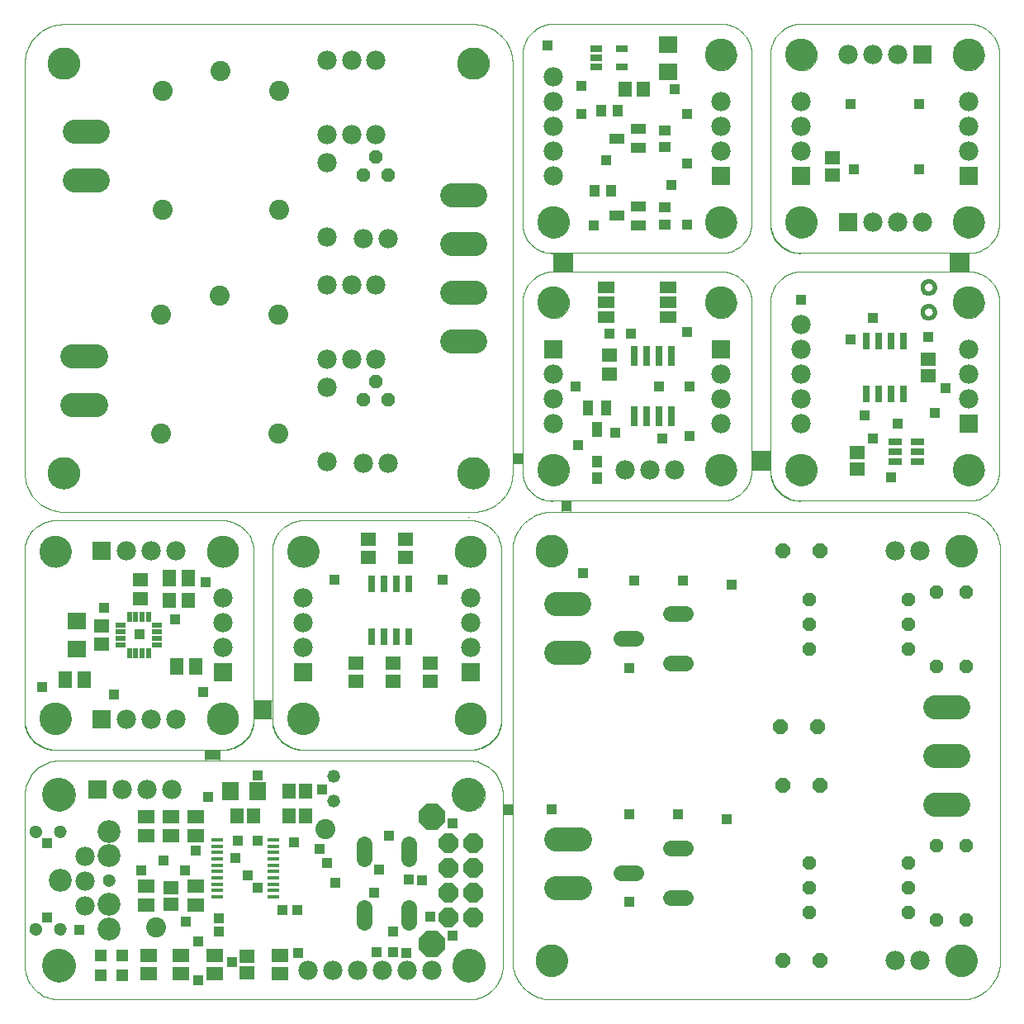
<source format=gts>
G75*
G70*
%OFA0B0*%
%FSLAX24Y24*%
%IPPOS*%
%LPD*%
%AMOC8*
5,1,8,0,0,1.08239X$1,22.5*
%
%ADD10C,0.0000*%
%ADD11R,0.0750X0.0750*%
%ADD12R,0.0591X0.0443*%
%ADD13R,0.0394X0.0394*%
%ADD14R,0.0394X0.0447*%
%ADD15R,0.0409X0.0394*%
%ADD16C,0.0000*%
%ADD17R,0.0750X0.0750*%
%ADD18R,0.0591X0.0443*%
%ADD19C,0.0000*%
%ADD20C,0.0926*%
%ADD21C,0.0512*%
%ADD22OC8,0.0780*%
%ADD23R,0.0512X0.0512*%
%ADD24R,0.0670X0.0552*%
%ADD25R,0.0552X0.0631*%
%ADD26R,0.0670X0.0749*%
%ADD27C,0.0808*%
%ADD28R,0.0512X0.0158*%
%ADD29C,0.0520*%
%ADD30R,0.0780X0.0780*%
%ADD31C,0.0780*%
%ADD32R,0.0631X0.0552*%
%ADD33C,0.0631*%
%ADD34C,0.1340*%
%ADD35OC8,0.1040*%
%ADD36R,0.0396X0.0396*%
%ADD37C,0.0000*%
%ADD38C,0.1290*%
%ADD39R,0.0197X0.0434*%
%ADD40R,0.0434X0.0197*%
%ADD41R,0.0631X0.0552*%
%ADD42R,0.0749X0.0670*%
%ADD43R,0.0552X0.0631*%
%ADD44R,0.0552X0.0670*%
%ADD45R,0.0780X0.0780*%
%ADD46C,0.0780*%
%ADD47R,0.0396X0.0396*%
%ADD48C,0.0000*%
%ADD49C,0.1290*%
%ADD50R,0.0780X0.0780*%
%ADD51C,0.0780*%
%ADD52R,0.0276X0.0650*%
%ADD53R,0.0631X0.0552*%
%ADD54R,0.0396X0.0396*%
%ADD55C,0.0780*%
%ADD56C,0.0977*%
%ADD57OC8,0.0520*%
%ADD58C,0.0808*%
%ADD59C,0.0000*%
%ADD60C,0.1300*%
%ADD61C,0.0000*%
%ADD62C,0.1300*%
%ADD63C,0.0977*%
%ADD64OC8,0.0520*%
%ADD65C,0.0780*%
%ADD66OC8,0.0580*%
%ADD67C,0.0640*%
%ADD68R,0.0396X0.0396*%
%ADD69C,0.0000*%
%ADD70C,0.1290*%
%ADD71R,0.0780X0.0780*%
%ADD72C,0.0780*%
%ADD73R,0.0434X0.0473*%
%ADD74R,0.0300X0.0840*%
%ADD75R,0.0670X0.0500*%
%ADD76R,0.0434X0.0591*%
%ADD77R,0.0631X0.0552*%
%ADD78R,0.0396X0.0396*%
%ADD79C,0.0000*%
%ADD80C,0.1290*%
%ADD81R,0.0780X0.0780*%
%ADD82C,0.0780*%
%ADD83R,0.0631X0.0552*%
%ADD84R,0.0396X0.0396*%
%ADD85C,0.0000*%
%ADD86C,0.1290*%
%ADD87C,0.0780*%
%ADD88R,0.0780X0.0780*%
%ADD89R,0.0512X0.0257*%
%ADD90R,0.0749X0.0670*%
%ADD91R,0.0434X0.0473*%
%ADD92R,0.0473X0.0434*%
%ADD93R,0.0591X0.0434*%
%ADD94R,0.0552X0.0631*%
%ADD95R,0.0396X0.0396*%
%ADD96C,0.0000*%
%ADD97C,0.1290*%
%ADD98C,0.0160*%
%ADD99R,0.0780X0.0780*%
%ADD100C,0.0780*%
%ADD101R,0.0540X0.0290*%
%ADD102R,0.0276X0.0650*%
%ADD103R,0.0631X0.0552*%
%ADD104R,0.0396X0.0396*%
D10*
X000114Y001475D02*
X000114Y001517D01*
X000114Y008368D01*
X000114Y008371D01*
X000114Y008368D02*
X000116Y008440D01*
X000122Y008512D01*
X000131Y008584D01*
X000144Y008655D01*
X000161Y008725D01*
X000181Y008794D01*
X000206Y008862D01*
X000233Y008928D01*
X000264Y008994D01*
X000299Y009057D01*
X000336Y009119D01*
X000377Y009178D01*
X000421Y009235D01*
X000468Y009290D01*
X000518Y009342D01*
X000570Y009392D01*
X000625Y009439D01*
X000682Y009483D01*
X000741Y009524D01*
X000803Y009561D01*
X000866Y009596D01*
X000932Y009627D01*
X000998Y009654D01*
X001066Y009679D01*
X001135Y009699D01*
X001205Y009716D01*
X001276Y009729D01*
X001348Y009738D01*
X001420Y009744D01*
X001492Y009746D01*
X007397Y009746D01*
X007397Y010189D01*
X001350Y010189D01*
X001489Y009746D02*
X001492Y009746D01*
X001350Y010189D02*
X001282Y010191D01*
X001215Y010196D01*
X001148Y010205D01*
X001081Y010218D01*
X001016Y010235D01*
X000951Y010254D01*
X000887Y010278D01*
X000825Y010305D01*
X000764Y010335D01*
X000706Y010368D01*
X000649Y010404D01*
X000594Y010444D01*
X000541Y010486D01*
X000490Y010532D01*
X000443Y010579D01*
X000397Y010630D01*
X000355Y010683D01*
X000315Y010738D01*
X000279Y010795D01*
X000246Y010853D01*
X000216Y010914D01*
X000189Y010976D01*
X000165Y011040D01*
X000146Y011105D01*
X000129Y011170D01*
X000116Y011237D01*
X000107Y011304D01*
X000102Y011371D01*
X000100Y011439D01*
X000100Y018189D01*
X000102Y018257D01*
X000107Y018324D01*
X000116Y018391D01*
X000129Y018458D01*
X000146Y018523D01*
X000165Y018588D01*
X000189Y018652D01*
X000216Y018714D01*
X000246Y018775D01*
X000279Y018833D01*
X000315Y018890D01*
X000355Y018945D01*
X000397Y018998D01*
X000443Y019049D01*
X000490Y019096D01*
X000541Y019142D01*
X000594Y019184D01*
X000649Y019224D01*
X000706Y019260D01*
X000764Y019293D01*
X000825Y019323D01*
X000887Y019350D01*
X000951Y019374D01*
X001016Y019393D01*
X001081Y019410D01*
X001148Y019423D01*
X001215Y019432D01*
X001282Y019437D01*
X001350Y019439D01*
X008100Y019439D01*
X008168Y019437D01*
X008235Y019432D01*
X008302Y019423D01*
X008369Y019410D01*
X008434Y019393D01*
X008499Y019374D01*
X008563Y019350D01*
X008625Y019323D01*
X008686Y019293D01*
X008744Y019260D01*
X008801Y019224D01*
X008856Y019184D01*
X008909Y019142D01*
X008960Y019096D01*
X009007Y019049D01*
X009053Y018998D01*
X009095Y018945D01*
X009135Y018890D01*
X009171Y018833D01*
X009204Y018775D01*
X009234Y018714D01*
X009261Y018652D01*
X009285Y018588D01*
X009304Y018523D01*
X009321Y018458D01*
X009334Y018391D01*
X009343Y018324D01*
X009348Y018257D01*
X009350Y018189D01*
X009350Y012189D01*
X010100Y012189D01*
X010100Y018189D01*
X010102Y018257D01*
X010107Y018324D01*
X010116Y018391D01*
X010129Y018458D01*
X010146Y018523D01*
X010165Y018588D01*
X010189Y018652D01*
X010216Y018714D01*
X010246Y018775D01*
X010279Y018833D01*
X010315Y018890D01*
X010355Y018945D01*
X010397Y018998D01*
X010443Y019049D01*
X010490Y019096D01*
X010541Y019142D01*
X010594Y019184D01*
X010649Y019224D01*
X010706Y019260D01*
X010764Y019293D01*
X010825Y019323D01*
X010887Y019350D01*
X010951Y019374D01*
X011016Y019393D01*
X011081Y019410D01*
X011148Y019423D01*
X011215Y019432D01*
X011282Y019437D01*
X011350Y019439D01*
X018137Y019439D01*
X018030Y019588D02*
X018027Y019588D01*
X018224Y019785D02*
X001689Y019785D01*
X001612Y019787D01*
X001535Y019793D01*
X001458Y019802D01*
X001382Y019815D01*
X001306Y019832D01*
X001232Y019853D01*
X001158Y019877D01*
X001086Y019905D01*
X001016Y019936D01*
X000947Y019971D01*
X000879Y020009D01*
X000814Y020050D01*
X000751Y020095D01*
X000690Y020143D01*
X000631Y020193D01*
X000575Y020246D01*
X000522Y020302D01*
X000472Y020361D01*
X000424Y020422D01*
X000379Y020485D01*
X000338Y020550D01*
X000300Y020618D01*
X000265Y020687D01*
X000234Y020757D01*
X000206Y020829D01*
X000182Y020903D01*
X000161Y020977D01*
X000144Y021053D01*
X000131Y021129D01*
X000122Y021206D01*
X000116Y021283D01*
X000114Y021360D01*
X000114Y037895D01*
X000116Y037972D01*
X000122Y038049D01*
X000131Y038126D01*
X000144Y038202D01*
X000161Y038278D01*
X000182Y038352D01*
X000206Y038426D01*
X000234Y038498D01*
X000265Y038568D01*
X000300Y038637D01*
X000338Y038705D01*
X000379Y038770D01*
X000424Y038833D01*
X000472Y038894D01*
X000522Y038953D01*
X000575Y039009D01*
X000631Y039062D01*
X000690Y039112D01*
X000751Y039160D01*
X000814Y039205D01*
X000879Y039246D01*
X000947Y039284D01*
X001016Y039319D01*
X001086Y039350D01*
X001158Y039378D01*
X001232Y039402D01*
X001306Y039423D01*
X001382Y039440D01*
X001458Y039453D01*
X001535Y039462D01*
X001612Y039468D01*
X001689Y039470D01*
X018224Y039470D01*
X018301Y039468D01*
X018378Y039462D01*
X018455Y039453D01*
X018531Y039440D01*
X018607Y039423D01*
X018681Y039402D01*
X018755Y039378D01*
X018827Y039350D01*
X018897Y039319D01*
X018966Y039284D01*
X019034Y039246D01*
X019099Y039205D01*
X019162Y039160D01*
X019223Y039112D01*
X019282Y039062D01*
X019338Y039009D01*
X019391Y038953D01*
X019441Y038894D01*
X019489Y038833D01*
X019534Y038770D01*
X019575Y038705D01*
X019613Y038637D01*
X019648Y038568D01*
X019679Y038498D01*
X019707Y038426D01*
X019731Y038352D01*
X019752Y038278D01*
X019769Y038202D01*
X019782Y038126D01*
X019791Y038049D01*
X019797Y037972D01*
X019799Y037895D01*
X019799Y022147D01*
X020208Y022147D01*
X020208Y028232D01*
X020210Y028300D01*
X020215Y028367D01*
X020224Y028434D01*
X020237Y028501D01*
X020254Y028566D01*
X020273Y028631D01*
X020297Y028695D01*
X020324Y028757D01*
X020354Y028818D01*
X020387Y028876D01*
X020423Y028933D01*
X020463Y028988D01*
X020505Y029041D01*
X020551Y029092D01*
X020598Y029139D01*
X020649Y029185D01*
X020702Y029227D01*
X020757Y029267D01*
X020814Y029303D01*
X020872Y029336D01*
X020933Y029366D01*
X020995Y029393D01*
X021059Y029417D01*
X021124Y029436D01*
X021189Y029453D01*
X021256Y029466D01*
X021323Y029475D01*
X021390Y029480D01*
X021458Y029482D01*
X021458Y030232D01*
X022208Y030232D02*
X022208Y029482D01*
X028208Y029482D01*
X028208Y030232D02*
X022208Y030232D01*
X021458Y030232D02*
X021392Y030230D01*
X021326Y030232D01*
X021260Y030238D01*
X021194Y030247D01*
X021129Y030260D01*
X021064Y030277D01*
X021001Y030297D01*
X020939Y030321D01*
X020879Y030348D01*
X020820Y030379D01*
X020762Y030413D01*
X020707Y030450D01*
X020654Y030490D01*
X020604Y030533D01*
X020555Y030578D01*
X020510Y030627D01*
X020467Y030677D01*
X020427Y030730D01*
X020390Y030785D01*
X020356Y030843D01*
X020325Y030902D01*
X020298Y030962D01*
X020274Y031024D01*
X020254Y031087D01*
X020237Y031152D01*
X020224Y031217D01*
X020215Y031283D01*
X020209Y031349D01*
X020207Y031415D01*
X020209Y031481D01*
X020208Y031482D02*
X020208Y038232D01*
X020210Y038300D01*
X020215Y038367D01*
X020224Y038434D01*
X020237Y038501D01*
X020254Y038566D01*
X020273Y038631D01*
X020297Y038695D01*
X020324Y038757D01*
X020354Y038818D01*
X020387Y038876D01*
X020423Y038933D01*
X020463Y038988D01*
X020505Y039041D01*
X020551Y039092D01*
X020598Y039139D01*
X020649Y039185D01*
X020702Y039227D01*
X020757Y039267D01*
X020814Y039303D01*
X020872Y039336D01*
X020933Y039366D01*
X020995Y039393D01*
X021059Y039417D01*
X021124Y039436D01*
X021189Y039453D01*
X021256Y039466D01*
X021323Y039475D01*
X021390Y039480D01*
X021458Y039482D01*
X028208Y039482D01*
X028276Y039480D01*
X028343Y039475D01*
X028410Y039466D01*
X028477Y039453D01*
X028542Y039436D01*
X028607Y039417D01*
X028671Y039393D01*
X028733Y039366D01*
X028794Y039336D01*
X028852Y039303D01*
X028909Y039267D01*
X028964Y039227D01*
X029017Y039185D01*
X029068Y039139D01*
X029115Y039092D01*
X029161Y039041D01*
X029203Y038988D01*
X029243Y038933D01*
X029279Y038876D01*
X029312Y038818D01*
X029342Y038757D01*
X029369Y038695D01*
X029393Y038631D01*
X029412Y038566D01*
X029429Y038501D01*
X029442Y038434D01*
X029451Y038367D01*
X029456Y038300D01*
X029458Y038232D01*
X029458Y031482D01*
X030208Y031482D02*
X030208Y038232D01*
X030210Y038300D01*
X030215Y038367D01*
X030224Y038434D01*
X030237Y038501D01*
X030254Y038566D01*
X030273Y038631D01*
X030297Y038695D01*
X030324Y038757D01*
X030354Y038818D01*
X030387Y038876D01*
X030423Y038933D01*
X030463Y038988D01*
X030505Y039041D01*
X030551Y039092D01*
X030598Y039139D01*
X030649Y039185D01*
X030702Y039227D01*
X030757Y039267D01*
X030814Y039303D01*
X030872Y039336D01*
X030933Y039366D01*
X030995Y039393D01*
X031059Y039417D01*
X031124Y039436D01*
X031189Y039453D01*
X031256Y039466D01*
X031323Y039475D01*
X031390Y039480D01*
X031458Y039482D01*
X038208Y039482D01*
X038276Y039480D01*
X038343Y039475D01*
X038410Y039466D01*
X038477Y039453D01*
X038542Y039436D01*
X038607Y039417D01*
X038671Y039393D01*
X038733Y039366D01*
X038794Y039336D01*
X038852Y039303D01*
X038909Y039267D01*
X038964Y039227D01*
X039017Y039185D01*
X039068Y039139D01*
X039115Y039092D01*
X039161Y039041D01*
X039203Y038988D01*
X039243Y038933D01*
X039279Y038876D01*
X039312Y038818D01*
X039342Y038757D01*
X039369Y038695D01*
X039393Y038631D01*
X039412Y038566D01*
X039429Y038501D01*
X039442Y038434D01*
X039451Y038367D01*
X039456Y038300D01*
X039458Y038232D01*
X039458Y031482D01*
X039456Y031414D01*
X039451Y031347D01*
X039442Y031280D01*
X039429Y031213D01*
X039412Y031148D01*
X039393Y031083D01*
X039369Y031019D01*
X039342Y030957D01*
X039312Y030896D01*
X039279Y030838D01*
X039243Y030781D01*
X039203Y030726D01*
X039161Y030673D01*
X039115Y030622D01*
X039068Y030575D01*
X039017Y030529D01*
X038964Y030487D01*
X038909Y030447D01*
X038852Y030411D01*
X038794Y030378D01*
X038733Y030348D01*
X038671Y030321D01*
X038607Y030297D01*
X038542Y030278D01*
X038477Y030261D01*
X038410Y030248D01*
X038343Y030239D01*
X038276Y030234D01*
X038208Y030232D01*
X038208Y029482D01*
X037458Y029482D02*
X037458Y030232D01*
X031458Y030232D01*
X031458Y029482D02*
X037458Y029482D01*
X038208Y029482D02*
X038276Y029480D01*
X038343Y029475D01*
X038410Y029466D01*
X038477Y029453D01*
X038542Y029436D01*
X038607Y029417D01*
X038671Y029393D01*
X038733Y029366D01*
X038794Y029336D01*
X038852Y029303D01*
X038909Y029267D01*
X038964Y029227D01*
X039017Y029185D01*
X039068Y029139D01*
X039115Y029092D01*
X039161Y029041D01*
X039203Y028988D01*
X039243Y028933D01*
X039279Y028876D01*
X039312Y028818D01*
X039342Y028757D01*
X039369Y028695D01*
X039393Y028631D01*
X039412Y028566D01*
X039429Y028501D01*
X039442Y028434D01*
X039451Y028367D01*
X039456Y028300D01*
X039458Y028232D01*
X039458Y021482D01*
X039456Y021414D01*
X039451Y021347D01*
X039442Y021280D01*
X039429Y021213D01*
X039412Y021148D01*
X039393Y021083D01*
X039369Y021019D01*
X039342Y020957D01*
X039312Y020896D01*
X039279Y020838D01*
X039243Y020781D01*
X039203Y020726D01*
X039161Y020673D01*
X039115Y020622D01*
X039068Y020575D01*
X039017Y020529D01*
X038964Y020487D01*
X038909Y020447D01*
X038852Y020411D01*
X038794Y020378D01*
X038733Y020348D01*
X038671Y020321D01*
X038607Y020297D01*
X038542Y020278D01*
X038477Y020261D01*
X038410Y020248D01*
X038343Y020239D01*
X038276Y020234D01*
X038208Y020232D01*
X031458Y020232D01*
X031392Y020230D01*
X031326Y020232D01*
X031260Y020238D01*
X031194Y020247D01*
X031129Y020260D01*
X031064Y020277D01*
X031001Y020297D01*
X030939Y020321D01*
X030879Y020348D01*
X030820Y020379D01*
X030762Y020413D01*
X030707Y020450D01*
X030654Y020490D01*
X030604Y020533D01*
X030555Y020578D01*
X030510Y020627D01*
X030467Y020677D01*
X030427Y020730D01*
X030390Y020785D01*
X030356Y020843D01*
X030325Y020902D01*
X030298Y020962D01*
X030274Y021024D01*
X030254Y021087D01*
X030237Y021152D01*
X030224Y021217D01*
X030215Y021283D01*
X030209Y021349D01*
X030207Y021415D01*
X030209Y021481D01*
X030208Y021482D02*
X029458Y021482D01*
X029458Y022232D02*
X029458Y028232D01*
X030208Y028232D02*
X030208Y022232D01*
X029458Y022232D01*
X029458Y021482D02*
X029456Y021414D01*
X029451Y021347D01*
X029442Y021280D01*
X029429Y021213D01*
X029412Y021148D01*
X029393Y021083D01*
X029369Y021019D01*
X029342Y020957D01*
X029312Y020896D01*
X029279Y020838D01*
X029243Y020781D01*
X029203Y020726D01*
X029161Y020673D01*
X029115Y020622D01*
X029068Y020575D01*
X029017Y020529D01*
X028964Y020487D01*
X028909Y020447D01*
X028852Y020411D01*
X028794Y020378D01*
X028733Y020348D01*
X028671Y020321D01*
X028607Y020297D01*
X028542Y020278D01*
X028477Y020261D01*
X028410Y020248D01*
X028343Y020239D01*
X028276Y020234D01*
X028208Y020232D01*
X022161Y020232D01*
X022161Y019785D01*
X037909Y019785D01*
X037986Y019783D01*
X038063Y019777D01*
X038140Y019768D01*
X038216Y019755D01*
X038292Y019738D01*
X038366Y019717D01*
X038440Y019693D01*
X038512Y019665D01*
X038582Y019634D01*
X038651Y019599D01*
X038719Y019561D01*
X038784Y019520D01*
X038847Y019475D01*
X038908Y019427D01*
X038967Y019377D01*
X039023Y019324D01*
X039076Y019268D01*
X039126Y019209D01*
X039174Y019148D01*
X039219Y019085D01*
X039260Y019020D01*
X039298Y018952D01*
X039333Y018883D01*
X039364Y018813D01*
X039392Y018741D01*
X039416Y018667D01*
X039437Y018593D01*
X039454Y018517D01*
X039467Y018441D01*
X039476Y018364D01*
X039482Y018287D01*
X039484Y018210D01*
X039484Y001675D01*
X039482Y001598D01*
X039476Y001521D01*
X039467Y001444D01*
X039454Y001368D01*
X039437Y001292D01*
X039416Y001218D01*
X039392Y001144D01*
X039364Y001072D01*
X039333Y001002D01*
X039298Y000933D01*
X039260Y000865D01*
X039219Y000800D01*
X039174Y000737D01*
X039126Y000676D01*
X039076Y000617D01*
X039023Y000561D01*
X038967Y000508D01*
X038908Y000458D01*
X038847Y000410D01*
X038784Y000365D01*
X038719Y000324D01*
X038651Y000286D01*
X038582Y000251D01*
X038512Y000220D01*
X038440Y000192D01*
X038366Y000168D01*
X038292Y000147D01*
X038216Y000130D01*
X038140Y000117D01*
X038063Y000108D01*
X037986Y000102D01*
X037909Y000100D01*
X021374Y000100D01*
X021297Y000102D01*
X021220Y000108D01*
X021143Y000117D01*
X021067Y000130D01*
X020991Y000147D01*
X020917Y000168D01*
X020843Y000192D01*
X020771Y000220D01*
X020701Y000251D01*
X020632Y000286D01*
X020564Y000324D01*
X020499Y000365D01*
X020436Y000410D01*
X020375Y000458D01*
X020316Y000508D01*
X020260Y000561D01*
X020207Y000617D01*
X020157Y000676D01*
X020109Y000737D01*
X020064Y000800D01*
X020023Y000865D01*
X019985Y000933D01*
X019950Y001002D01*
X019919Y001072D01*
X019891Y001144D01*
X019867Y001218D01*
X019846Y001292D01*
X019829Y001368D01*
X019816Y001444D01*
X019807Y001521D01*
X019801Y001598D01*
X019799Y001675D01*
X019799Y007580D01*
X019405Y007580D01*
X019405Y001478D01*
X019403Y001406D01*
X019397Y001334D01*
X019388Y001262D01*
X019375Y001191D01*
X019358Y001121D01*
X019338Y001052D01*
X019313Y000984D01*
X019286Y000918D01*
X019255Y000852D01*
X019220Y000789D01*
X019183Y000727D01*
X019142Y000668D01*
X019098Y000611D01*
X019051Y000556D01*
X019001Y000504D01*
X018949Y000454D01*
X018894Y000407D01*
X018837Y000363D01*
X018778Y000322D01*
X018716Y000285D01*
X018653Y000250D01*
X018587Y000219D01*
X018521Y000192D01*
X018453Y000167D01*
X018384Y000147D01*
X018314Y000130D01*
X018243Y000117D01*
X018171Y000108D01*
X018099Y000102D01*
X018027Y000100D01*
X018030Y000100D01*
X018027Y000100D02*
X001492Y000100D01*
X001489Y000100D01*
X001491Y000100D02*
X001418Y000103D01*
X001345Y000110D01*
X001273Y000120D01*
X001201Y000135D01*
X001130Y000153D01*
X001060Y000175D01*
X000992Y000200D01*
X000924Y000229D01*
X000859Y000261D01*
X000795Y000297D01*
X000733Y000336D01*
X000673Y000379D01*
X000616Y000424D01*
X000561Y000472D01*
X000509Y000523D01*
X000459Y000577D01*
X000412Y000634D01*
X000369Y000692D01*
X000328Y000753D01*
X000291Y000816D01*
X000257Y000881D01*
X000226Y000947D01*
X000199Y001015D01*
X000175Y001085D01*
X000156Y001155D01*
X000140Y001227D01*
X000127Y001299D01*
X000119Y001371D01*
X000114Y001445D01*
X000113Y001518D01*
X007988Y009746D02*
X018027Y009746D01*
X018421Y009746D02*
X018424Y009746D01*
X018100Y010189D02*
X011350Y010189D01*
X011282Y010191D01*
X011215Y010196D01*
X011148Y010205D01*
X011081Y010218D01*
X011016Y010235D01*
X010951Y010254D01*
X010887Y010278D01*
X010825Y010305D01*
X010764Y010335D01*
X010706Y010368D01*
X010649Y010404D01*
X010594Y010444D01*
X010541Y010486D01*
X010490Y010532D01*
X010443Y010579D01*
X010397Y010630D01*
X010355Y010683D01*
X010315Y010738D01*
X010279Y010795D01*
X010246Y010853D01*
X010216Y010914D01*
X010189Y010976D01*
X010165Y011040D01*
X010146Y011105D01*
X010129Y011170D01*
X010116Y011237D01*
X010107Y011304D01*
X010102Y011371D01*
X010100Y011439D01*
X009350Y011439D01*
X009349Y011438D02*
X009351Y011372D01*
X009349Y011306D01*
X009343Y011240D01*
X009334Y011174D01*
X009321Y011109D01*
X009304Y011044D01*
X009284Y010981D01*
X009260Y010919D01*
X009233Y010859D01*
X009202Y010800D01*
X009168Y010742D01*
X009131Y010687D01*
X009091Y010634D01*
X009048Y010584D01*
X009003Y010535D01*
X008954Y010490D01*
X008904Y010447D01*
X008851Y010407D01*
X008796Y010370D01*
X008738Y010336D01*
X008679Y010305D01*
X008619Y010278D01*
X008557Y010254D01*
X008494Y010234D01*
X008429Y010217D01*
X008364Y010204D01*
X008298Y010195D01*
X008232Y010189D01*
X008166Y010187D01*
X008100Y010189D01*
X007988Y010189D01*
X007988Y009746D01*
X018027Y009746D02*
X018099Y009744D01*
X018171Y009738D01*
X018243Y009729D01*
X018314Y009716D01*
X018384Y009699D01*
X018453Y009679D01*
X018521Y009654D01*
X018587Y009627D01*
X018653Y009596D01*
X018716Y009561D01*
X018778Y009524D01*
X018837Y009483D01*
X018894Y009439D01*
X018949Y009392D01*
X019001Y009342D01*
X019051Y009290D01*
X019098Y009235D01*
X019142Y009178D01*
X019183Y009119D01*
X019220Y009057D01*
X019255Y008994D01*
X019286Y008928D01*
X019313Y008862D01*
X019338Y008794D01*
X019358Y008725D01*
X019375Y008655D01*
X019388Y008584D01*
X019397Y008512D01*
X019403Y008440D01*
X019405Y008368D01*
X019405Y007974D01*
X019799Y007974D01*
X019799Y018210D01*
X019350Y018189D02*
X019350Y011439D01*
X019349Y011438D02*
X019351Y011372D01*
X019349Y011306D01*
X019343Y011240D01*
X019334Y011174D01*
X019321Y011109D01*
X019304Y011044D01*
X019284Y010981D01*
X019260Y010919D01*
X019233Y010859D01*
X019202Y010800D01*
X019168Y010742D01*
X019131Y010687D01*
X019091Y010634D01*
X019048Y010584D01*
X019003Y010535D01*
X018954Y010490D01*
X018904Y010447D01*
X018851Y010407D01*
X018796Y010370D01*
X018738Y010336D01*
X018679Y010305D01*
X018619Y010278D01*
X018557Y010254D01*
X018494Y010234D01*
X018429Y010217D01*
X018364Y010204D01*
X018298Y010195D01*
X018232Y010189D01*
X018166Y010187D01*
X018100Y010189D01*
X019350Y018189D02*
X019348Y018257D01*
X019343Y018324D01*
X019334Y018391D01*
X019321Y018458D01*
X019304Y018523D01*
X019285Y018588D01*
X019261Y018652D01*
X019234Y018714D01*
X019204Y018775D01*
X019171Y018833D01*
X019135Y018890D01*
X019095Y018945D01*
X019053Y018998D01*
X019007Y019049D01*
X018960Y019096D01*
X018909Y019142D01*
X018856Y019184D01*
X018801Y019224D01*
X018744Y019260D01*
X018686Y019293D01*
X018625Y019323D01*
X018563Y019350D01*
X018499Y019374D01*
X018434Y019393D01*
X018369Y019410D01*
X018302Y019423D01*
X018235Y019432D01*
X018168Y019437D01*
X018100Y019439D01*
X018224Y019785D02*
X018301Y019787D01*
X018378Y019793D01*
X018455Y019802D01*
X018531Y019815D01*
X018607Y019832D01*
X018681Y019853D01*
X018755Y019877D01*
X018827Y019905D01*
X018897Y019936D01*
X018966Y019971D01*
X019034Y020009D01*
X019099Y020050D01*
X019162Y020095D01*
X019223Y020143D01*
X019282Y020193D01*
X019338Y020246D01*
X019391Y020302D01*
X019441Y020361D01*
X019489Y020422D01*
X019534Y020485D01*
X019575Y020550D01*
X019613Y020618D01*
X019648Y020687D01*
X019679Y020757D01*
X019707Y020829D01*
X019731Y020903D01*
X019752Y020977D01*
X019769Y021053D01*
X019782Y021129D01*
X019791Y021206D01*
X019797Y021283D01*
X019799Y021360D01*
X019799Y021754D01*
X020208Y021754D01*
X020208Y021482D01*
X020209Y021481D02*
X020207Y021415D01*
X020209Y021349D01*
X020215Y021283D01*
X020224Y021217D01*
X020237Y021152D01*
X020254Y021087D01*
X020274Y021024D01*
X020298Y020962D01*
X020325Y020902D01*
X020356Y020843D01*
X020390Y020785D01*
X020427Y020730D01*
X020467Y020677D01*
X020510Y020627D01*
X020555Y020578D01*
X020604Y020533D01*
X020654Y020490D01*
X020707Y020450D01*
X020762Y020413D01*
X020820Y020379D01*
X020879Y020348D01*
X020939Y020321D01*
X021001Y020297D01*
X021064Y020277D01*
X021129Y020260D01*
X021194Y020247D01*
X021260Y020238D01*
X021326Y020232D01*
X021392Y020230D01*
X021458Y020232D01*
X021767Y020232D01*
X021767Y019785D01*
X021374Y019785D01*
X021297Y019783D01*
X021220Y019777D01*
X021143Y019768D01*
X021067Y019755D01*
X020991Y019738D01*
X020917Y019717D01*
X020843Y019693D01*
X020771Y019665D01*
X020701Y019634D01*
X020632Y019599D01*
X020564Y019561D01*
X020499Y019520D01*
X020436Y019475D01*
X020375Y019427D01*
X020316Y019377D01*
X020260Y019324D01*
X020207Y019268D01*
X020157Y019209D01*
X020109Y019148D01*
X020064Y019085D01*
X020023Y019020D01*
X019985Y018952D01*
X019950Y018883D01*
X019919Y018813D01*
X019891Y018741D01*
X019867Y018667D01*
X019846Y018593D01*
X019829Y018517D01*
X019816Y018441D01*
X019807Y018364D01*
X019801Y018287D01*
X019799Y018210D01*
X029458Y028232D02*
X029456Y028300D01*
X029451Y028367D01*
X029442Y028434D01*
X029429Y028501D01*
X029412Y028566D01*
X029393Y028631D01*
X029369Y028695D01*
X029342Y028757D01*
X029312Y028818D01*
X029279Y028876D01*
X029243Y028933D01*
X029203Y028988D01*
X029161Y029041D01*
X029115Y029092D01*
X029068Y029139D01*
X029017Y029185D01*
X028964Y029227D01*
X028909Y029267D01*
X028852Y029303D01*
X028794Y029336D01*
X028733Y029366D01*
X028671Y029393D01*
X028607Y029417D01*
X028542Y029436D01*
X028477Y029453D01*
X028410Y029466D01*
X028343Y029475D01*
X028276Y029480D01*
X028208Y029482D01*
X028208Y030232D02*
X028276Y030234D01*
X028343Y030239D01*
X028410Y030248D01*
X028477Y030261D01*
X028542Y030278D01*
X028607Y030297D01*
X028671Y030321D01*
X028733Y030348D01*
X028794Y030378D01*
X028852Y030411D01*
X028909Y030447D01*
X028964Y030487D01*
X029017Y030529D01*
X029068Y030575D01*
X029115Y030622D01*
X029161Y030673D01*
X029203Y030726D01*
X029243Y030781D01*
X029279Y030838D01*
X029312Y030896D01*
X029342Y030957D01*
X029369Y031019D01*
X029393Y031083D01*
X029412Y031148D01*
X029429Y031213D01*
X029442Y031280D01*
X029451Y031347D01*
X029456Y031414D01*
X029458Y031482D01*
X030209Y031481D02*
X030207Y031415D01*
X030209Y031349D01*
X030215Y031283D01*
X030224Y031217D01*
X030237Y031152D01*
X030254Y031087D01*
X030274Y031024D01*
X030298Y030962D01*
X030325Y030902D01*
X030356Y030843D01*
X030390Y030785D01*
X030427Y030730D01*
X030467Y030677D01*
X030510Y030627D01*
X030555Y030578D01*
X030604Y030533D01*
X030654Y030490D01*
X030707Y030450D01*
X030762Y030413D01*
X030820Y030379D01*
X030879Y030348D01*
X030939Y030321D01*
X031001Y030297D01*
X031064Y030277D01*
X031129Y030260D01*
X031194Y030247D01*
X031260Y030238D01*
X031326Y030232D01*
X031392Y030230D01*
X031458Y030232D01*
X031458Y029482D02*
X031390Y029480D01*
X031323Y029475D01*
X031256Y029466D01*
X031189Y029453D01*
X031124Y029436D01*
X031059Y029417D01*
X030995Y029393D01*
X030933Y029366D01*
X030872Y029336D01*
X030814Y029303D01*
X030757Y029267D01*
X030702Y029227D01*
X030649Y029185D01*
X030598Y029139D01*
X030551Y029092D01*
X030505Y029041D01*
X030463Y028988D01*
X030423Y028933D01*
X030387Y028876D01*
X030354Y028818D01*
X030324Y028757D01*
X030297Y028695D01*
X030273Y028631D01*
X030254Y028566D01*
X030237Y028501D01*
X030224Y028434D01*
X030215Y028367D01*
X030210Y028300D01*
X030208Y028232D01*
D11*
X029833Y021857D03*
X021833Y029857D03*
X037833Y029857D03*
X009725Y011814D03*
D12*
X007693Y009967D03*
D13*
X019602Y007777D03*
D14*
X021964Y020008D03*
D15*
X020004Y021950D03*
D16*
X1489Y100D02*
X1492Y100D01*
X18027Y100D01*
X18030Y100D01*
X18027Y100D02*
X18099Y102D01*
X18171Y108D01*
X18243Y117D01*
X18314Y130D01*
X18384Y147D01*
X18453Y167D01*
X18521Y192D01*
X18587Y219D01*
X18653Y250D01*
X18716Y285D01*
X18778Y322D01*
X18837Y363D01*
X18894Y407D01*
X18949Y454D01*
X19001Y504D01*
X19051Y556D01*
X19098Y611D01*
X19142Y668D01*
X19183Y727D01*
X19220Y789D01*
X19255Y852D01*
X19286Y918D01*
X19313Y984D01*
X19338Y1052D01*
X19358Y1121D01*
X19375Y1191D01*
X19388Y1262D01*
X19397Y1334D01*
X19403Y1406D01*
X19405Y1478D01*
X19405Y8368D01*
X19403Y8440D01*
X19397Y8512D01*
X19388Y8584D01*
X19375Y8655D01*
X19358Y8725D01*
X19338Y8794D01*
X19313Y8862D01*
X19286Y8928D01*
X19255Y8994D01*
X19220Y9057D01*
X19183Y9119D01*
X19142Y9178D01*
X19098Y9235D01*
X19051Y9290D01*
X19001Y9342D01*
X18949Y9392D01*
X18894Y9439D01*
X18837Y9483D01*
X18778Y9524D01*
X18716Y9561D01*
X18653Y9596D01*
X18587Y9627D01*
X18521Y9654D01*
X18453Y9679D01*
X18384Y9699D01*
X18314Y9716D01*
X18243Y9729D01*
X18171Y9738D01*
X18099Y9744D01*
X18027Y9746D01*
X7988Y9746D01*
X7988Y10189D01*
X8100Y10189D01*
X7397Y10189D02*
X7397Y9746D01*
X1492Y9746D01*
X1489Y9746D01*
X1350Y10189D02*
X7397Y10189D01*
X8100Y10189D02*
X8166Y10187D01*
X8232Y10189D01*
X8298Y10195D01*
X8364Y10204D01*
X8429Y10217D01*
X8494Y10234D01*
X8557Y10254D01*
X8619Y10278D01*
X8679Y10305D01*
X8738Y10336D01*
X8796Y10370D01*
X8851Y10407D01*
X8904Y10447D01*
X8954Y10490D01*
X9003Y10535D01*
X9048Y10584D01*
X9091Y10634D01*
X9131Y10687D01*
X9168Y10742D01*
X9202Y10800D01*
X9233Y10859D01*
X9260Y10919D01*
X9284Y10981D01*
X9304Y11044D01*
X9321Y11109D01*
X9334Y11174D01*
X9343Y11240D01*
X9349Y11306D01*
X9351Y11372D01*
X9349Y11438D01*
X9350Y11439D02*
X10100Y11439D01*
X10100Y12189D02*
X10100Y18189D01*
X9350Y18189D02*
X9350Y12189D01*
X10100Y12189D01*
X10100Y11439D02*
X10102Y11371D01*
X10107Y11304D01*
X10116Y11237D01*
X10129Y11170D01*
X10146Y11105D01*
X10165Y11040D01*
X10189Y10976D01*
X10216Y10914D01*
X10246Y10853D01*
X10279Y10795D01*
X10315Y10738D01*
X10355Y10683D01*
X10397Y10630D01*
X10443Y10579D01*
X10490Y10532D01*
X10541Y10486D01*
X10594Y10444D01*
X10649Y10404D01*
X10706Y10368D01*
X10764Y10335D01*
X10825Y10305D01*
X10887Y10278D01*
X10951Y10254D01*
X11016Y10235D01*
X11081Y10218D01*
X11148Y10205D01*
X11215Y10196D01*
X11282Y10191D01*
X11350Y10189D01*
X18100Y10189D01*
X18421Y9746D02*
X18424Y9746D01*
X18100Y10189D02*
X18166Y10187D01*
X18232Y10189D01*
X18298Y10195D01*
X18364Y10204D01*
X18429Y10217D01*
X18494Y10234D01*
X18557Y10254D01*
X18619Y10278D01*
X18679Y10305D01*
X18738Y10336D01*
X18796Y10370D01*
X18851Y10407D01*
X18904Y10447D01*
X18954Y10490D01*
X19003Y10535D01*
X19048Y10584D01*
X19091Y10634D01*
X19131Y10687D01*
X19168Y10742D01*
X19202Y10800D01*
X19233Y10859D01*
X19260Y10919D01*
X19284Y10981D01*
X19304Y11044D01*
X19321Y11109D01*
X19334Y11174D01*
X19343Y11240D01*
X19349Y11306D01*
X19351Y11372D01*
X19349Y11438D01*
X19350Y11439D02*
X19350Y18189D01*
X19348Y18257D01*
X19343Y18324D01*
X19334Y18391D01*
X19321Y18458D01*
X19304Y18523D01*
X19285Y18588D01*
X19261Y18652D01*
X19234Y18714D01*
X19204Y18775D01*
X19171Y18833D01*
X19135Y18890D01*
X19095Y18945D01*
X19053Y18998D01*
X19007Y19049D01*
X18960Y19096D01*
X18909Y19142D01*
X18856Y19184D01*
X18801Y19224D01*
X18744Y19260D01*
X18686Y19293D01*
X18625Y19323D01*
X18563Y19350D01*
X18499Y19374D01*
X18434Y19393D01*
X18369Y19410D01*
X18302Y19423D01*
X18235Y19432D01*
X18168Y19437D01*
X18100Y19439D01*
X18137Y19439D02*
X11350Y19439D01*
X11282Y19437D01*
X11215Y19432D01*
X11148Y19423D01*
X11081Y19410D01*
X11016Y19393D01*
X10951Y19374D01*
X10887Y19350D01*
X10825Y19323D01*
X10764Y19293D01*
X10706Y19260D01*
X10649Y19224D01*
X10594Y19184D01*
X10541Y19142D01*
X10490Y19096D01*
X10443Y19049D01*
X10397Y18998D01*
X10355Y18945D01*
X10315Y18890D01*
X10279Y18833D01*
X10246Y18775D01*
X10216Y18714D01*
X10189Y18652D01*
X10165Y18588D01*
X10146Y18523D01*
X10129Y18458D01*
X10116Y18391D01*
X10107Y18324D01*
X10102Y18257D01*
X10100Y18189D01*
X9350Y18189D02*
X9348Y18257D01*
X9343Y18324D01*
X9334Y18391D01*
X9321Y18458D01*
X9304Y18523D01*
X9285Y18588D01*
X9261Y18652D01*
X9234Y18714D01*
X9204Y18775D01*
X9171Y18833D01*
X9135Y18890D01*
X9095Y18945D01*
X9053Y18998D01*
X9007Y19049D01*
X8960Y19096D01*
X8909Y19142D01*
X8856Y19184D01*
X8801Y19224D01*
X8744Y19260D01*
X8686Y19293D01*
X8625Y19323D01*
X8563Y19350D01*
X8499Y19374D01*
X8434Y19393D01*
X8369Y19410D01*
X8302Y19423D01*
X8235Y19432D01*
X8168Y19437D01*
X8100Y19439D01*
X1350Y19439D01*
X1282Y19437D01*
X1215Y19432D01*
X1148Y19423D01*
X1081Y19410D01*
X1016Y19393D01*
X951Y19374D01*
X887Y19350D01*
X825Y19323D01*
X764Y19293D01*
X706Y19260D01*
X649Y19224D01*
X594Y19184D01*
X541Y19142D01*
X490Y19096D01*
X443Y19049D01*
X397Y18998D01*
X355Y18945D01*
X315Y18890D01*
X279Y18833D01*
X246Y18775D01*
X216Y18714D01*
X189Y18652D01*
X165Y18588D01*
X146Y18523D01*
X129Y18458D01*
X116Y18391D01*
X107Y18324D01*
X102Y18257D01*
X100Y18189D01*
X100Y11439D01*
X102Y11371D01*
X107Y11304D01*
X116Y11237D01*
X129Y11170D01*
X146Y11105D01*
X165Y11040D01*
X189Y10976D01*
X216Y10914D01*
X246Y10853D01*
X279Y10795D01*
X315Y10738D01*
X355Y10683D01*
X397Y10630D01*
X443Y10579D01*
X490Y10532D01*
X541Y10486D01*
X594Y10444D01*
X649Y10404D01*
X706Y10368D01*
X764Y10335D01*
X825Y10305D01*
X887Y10278D01*
X951Y10254D01*
X1016Y10235D01*
X1081Y10218D01*
X1148Y10205D01*
X1215Y10196D01*
X1282Y10191D01*
X1350Y10189D01*
X1492Y9746D02*
X1420Y9744D01*
X1348Y9738D01*
X1276Y9729D01*
X1205Y9716D01*
X1135Y9699D01*
X1066Y9679D01*
X998Y9654D01*
X932Y9627D01*
X866Y9596D01*
X803Y9561D01*
X741Y9524D01*
X682Y9483D01*
X625Y9439D01*
X570Y9392D01*
X518Y9342D01*
X468Y9290D01*
X421Y9235D01*
X377Y9178D01*
X336Y9119D01*
X299Y9057D01*
X264Y8994D01*
X233Y8928D01*
X206Y8862D01*
X181Y8794D01*
X161Y8725D01*
X144Y8655D01*
X131Y8584D01*
X122Y8512D01*
X116Y8440D01*
X114Y8368D01*
X114Y8371D01*
X114Y8368D02*
X114Y1518D01*
X114Y1475D01*
X113Y1518D02*
X114Y1445D01*
X119Y1371D01*
X127Y1299D01*
X140Y1227D01*
X156Y1155D01*
X175Y1085D01*
X199Y1015D01*
X226Y947D01*
X257Y881D01*
X291Y816D01*
X328Y753D01*
X369Y692D01*
X412Y634D01*
X459Y577D01*
X509Y523D01*
X561Y472D01*
X616Y424D01*
X673Y379D01*
X733Y336D01*
X795Y297D01*
X859Y261D01*
X924Y229D01*
X992Y200D01*
X1060Y175D01*
X1130Y153D01*
X1201Y135D01*
X1273Y120D01*
X1345Y110D01*
X1418Y103D01*
X1491Y100D01*
X18027Y19589D02*
X18030Y19589D01*
D17*
X9725Y11814D03*
D18*
X7693Y9967D03*
D19*
X1489Y100D02*
X1492Y100D01*
X18027Y100D01*
X18030Y100D01*
X17380Y1475D02*
X17382Y1525D01*
X17388Y1575D01*
X17398Y1625D01*
X17411Y1673D01*
X17428Y1721D01*
X17449Y1767D01*
X17473Y1811D01*
X17501Y1853D01*
X17532Y1893D01*
X17566Y1930D01*
X17603Y1965D01*
X17642Y1996D01*
X17683Y2025D01*
X17727Y2050D01*
X17773Y2072D01*
X17820Y2090D01*
X17868Y2104D01*
X17917Y2115D01*
X17967Y2122D01*
X18017Y2125D01*
X18068Y2124D01*
X18118Y2119D01*
X18168Y2110D01*
X18216Y2098D01*
X18264Y2081D01*
X18310Y2061D01*
X18355Y2038D01*
X18398Y2011D01*
X18438Y1981D01*
X18476Y1948D01*
X18511Y1912D01*
X18544Y1873D01*
X18573Y1832D01*
X18599Y1789D01*
X18622Y1744D01*
X18641Y1697D01*
X18656Y1649D01*
X18668Y1600D01*
X18676Y1550D01*
X18680Y1500D01*
X18680Y1450D01*
X18676Y1400D01*
X18668Y1350D01*
X18656Y1301D01*
X18641Y1253D01*
X18622Y1206D01*
X18599Y1161D01*
X18573Y1118D01*
X18544Y1077D01*
X18511Y1038D01*
X18476Y1002D01*
X18438Y969D01*
X18398Y939D01*
X18355Y912D01*
X18310Y889D01*
X18264Y869D01*
X18216Y852D01*
X18168Y840D01*
X18118Y831D01*
X18068Y826D01*
X18017Y825D01*
X17967Y828D01*
X17917Y835D01*
X17868Y846D01*
X17820Y860D01*
X17773Y878D01*
X17727Y900D01*
X17683Y925D01*
X17642Y954D01*
X17603Y985D01*
X17566Y1020D01*
X17532Y1057D01*
X17501Y1097D01*
X17473Y1139D01*
X17449Y1183D01*
X17428Y1229D01*
X17411Y1277D01*
X17398Y1325D01*
X17388Y1375D01*
X17382Y1425D01*
X17380Y1475D01*
X18027Y100D02*
X18099Y102D01*
X18171Y108D01*
X18243Y117D01*
X18314Y130D01*
X18384Y147D01*
X18453Y167D01*
X18521Y192D01*
X18587Y219D01*
X18653Y250D01*
X18716Y285D01*
X18778Y322D01*
X18837Y363D01*
X18894Y407D01*
X18949Y454D01*
X19001Y504D01*
X19051Y556D01*
X19098Y611D01*
X19142Y668D01*
X19183Y727D01*
X19220Y789D01*
X19255Y852D01*
X19286Y918D01*
X19313Y984D01*
X19338Y1052D01*
X19358Y1121D01*
X19375Y1191D01*
X19388Y1262D01*
X19397Y1334D01*
X19403Y1406D01*
X19405Y1478D01*
X19405Y8368D01*
X17377Y8368D02*
X17379Y8418D01*
X17385Y8468D01*
X17395Y8518D01*
X17408Y8566D01*
X17425Y8614D01*
X17446Y8660D01*
X17470Y8704D01*
X17498Y8746D01*
X17529Y8786D01*
X17563Y8823D01*
X17600Y8858D01*
X17639Y8889D01*
X17680Y8918D01*
X17724Y8943D01*
X17770Y8965D01*
X17817Y8983D01*
X17865Y8997D01*
X17914Y9008D01*
X17964Y9015D01*
X18014Y9018D01*
X18065Y9017D01*
X18115Y9012D01*
X18165Y9003D01*
X18213Y8991D01*
X18261Y8974D01*
X18307Y8954D01*
X18352Y8931D01*
X18395Y8904D01*
X18435Y8874D01*
X18473Y8841D01*
X18508Y8805D01*
X18541Y8766D01*
X18570Y8725D01*
X18596Y8682D01*
X18619Y8637D01*
X18638Y8590D01*
X18653Y8542D01*
X18665Y8493D01*
X18673Y8443D01*
X18677Y8393D01*
X18677Y8343D01*
X18673Y8293D01*
X18665Y8243D01*
X18653Y8194D01*
X18638Y8146D01*
X18619Y8099D01*
X18596Y8054D01*
X18570Y8011D01*
X18541Y7970D01*
X18508Y7931D01*
X18473Y7895D01*
X18435Y7862D01*
X18395Y7832D01*
X18352Y7805D01*
X18307Y7782D01*
X18261Y7762D01*
X18213Y7745D01*
X18165Y7733D01*
X18115Y7724D01*
X18065Y7719D01*
X18014Y7718D01*
X17964Y7721D01*
X17914Y7728D01*
X17865Y7739D01*
X17817Y7753D01*
X17770Y7771D01*
X17724Y7793D01*
X17680Y7818D01*
X17639Y7847D01*
X17600Y7878D01*
X17563Y7913D01*
X17529Y7950D01*
X17498Y7990D01*
X17470Y8032D01*
X17446Y8076D01*
X17425Y8122D01*
X17408Y8170D01*
X17395Y8218D01*
X17385Y8268D01*
X17379Y8318D01*
X17377Y8368D01*
X18027Y9746D02*
X18099Y9744D01*
X18171Y9738D01*
X18243Y9729D01*
X18314Y9716D01*
X18384Y9699D01*
X18453Y9679D01*
X18521Y9654D01*
X18587Y9627D01*
X18653Y9596D01*
X18716Y9561D01*
X18778Y9524D01*
X18837Y9483D01*
X18894Y9439D01*
X18949Y9392D01*
X19001Y9342D01*
X19051Y9290D01*
X19098Y9235D01*
X19142Y9178D01*
X19183Y9119D01*
X19220Y9057D01*
X19255Y8994D01*
X19286Y8928D01*
X19313Y8862D01*
X19338Y8794D01*
X19358Y8725D01*
X19375Y8655D01*
X19388Y8584D01*
X19397Y8512D01*
X19403Y8440D01*
X19405Y8368D01*
X18027Y9746D02*
X1492Y9746D01*
X839Y8371D02*
X841Y8421D01*
X847Y8471D01*
X857Y8521D01*
X870Y8569D01*
X887Y8617D01*
X908Y8663D01*
X932Y8707D01*
X960Y8749D01*
X991Y8789D01*
X1025Y8826D01*
X1062Y8861D01*
X1101Y8892D01*
X1142Y8921D01*
X1186Y8946D01*
X1232Y8968D01*
X1279Y8986D01*
X1327Y9000D01*
X1376Y9011D01*
X1426Y9018D01*
X1476Y9021D01*
X1527Y9020D01*
X1577Y9015D01*
X1627Y9006D01*
X1675Y8994D01*
X1723Y8977D01*
X1769Y8957D01*
X1814Y8934D01*
X1857Y8907D01*
X1897Y8877D01*
X1935Y8844D01*
X1970Y8808D01*
X2003Y8769D01*
X2032Y8728D01*
X2058Y8685D01*
X2081Y8640D01*
X2100Y8593D01*
X2115Y8545D01*
X2127Y8496D01*
X2135Y8446D01*
X2139Y8396D01*
X2139Y8346D01*
X2135Y8296D01*
X2127Y8246D01*
X2115Y8197D01*
X2100Y8149D01*
X2081Y8102D01*
X2058Y8057D01*
X2032Y8014D01*
X2003Y7973D01*
X1970Y7934D01*
X1935Y7898D01*
X1897Y7865D01*
X1857Y7835D01*
X1814Y7808D01*
X1769Y7785D01*
X1723Y7765D01*
X1675Y7748D01*
X1627Y7736D01*
X1577Y7727D01*
X1527Y7722D01*
X1476Y7721D01*
X1426Y7724D01*
X1376Y7731D01*
X1327Y7742D01*
X1279Y7756D01*
X1232Y7774D01*
X1186Y7796D01*
X1142Y7821D01*
X1101Y7850D01*
X1062Y7881D01*
X1025Y7916D01*
X991Y7953D01*
X960Y7993D01*
X932Y8035D01*
X908Y8079D01*
X887Y8125D01*
X870Y8173D01*
X857Y8221D01*
X847Y8271D01*
X841Y8321D01*
X839Y8371D01*
X114Y8368D02*
X116Y8440D01*
X122Y8512D01*
X131Y8584D01*
X144Y8655D01*
X161Y8725D01*
X181Y8794D01*
X206Y8862D01*
X233Y8928D01*
X264Y8994D01*
X299Y9057D01*
X336Y9119D01*
X377Y9178D01*
X421Y9235D01*
X468Y9290D01*
X518Y9342D01*
X570Y9392D01*
X625Y9439D01*
X682Y9483D01*
X741Y9524D01*
X803Y9561D01*
X866Y9596D01*
X932Y9627D01*
X998Y9654D01*
X1066Y9679D01*
X1135Y9699D01*
X1205Y9716D01*
X1276Y9729D01*
X1348Y9738D01*
X1420Y9744D01*
X1492Y9746D01*
X114Y8371D02*
X114Y8368D01*
X114Y1518D01*
X114Y1475D01*
X839Y1475D02*
X841Y1525D01*
X847Y1575D01*
X857Y1625D01*
X870Y1673D01*
X887Y1721D01*
X908Y1767D01*
X932Y1811D01*
X960Y1853D01*
X991Y1893D01*
X1025Y1930D01*
X1062Y1965D01*
X1101Y1996D01*
X1142Y2025D01*
X1186Y2050D01*
X1232Y2072D01*
X1279Y2090D01*
X1327Y2104D01*
X1376Y2115D01*
X1426Y2122D01*
X1476Y2125D01*
X1527Y2124D01*
X1577Y2119D01*
X1627Y2110D01*
X1675Y2098D01*
X1723Y2081D01*
X1769Y2061D01*
X1814Y2038D01*
X1857Y2011D01*
X1897Y1981D01*
X1935Y1948D01*
X1970Y1912D01*
X2003Y1873D01*
X2032Y1832D01*
X2058Y1789D01*
X2081Y1744D01*
X2100Y1697D01*
X2115Y1649D01*
X2127Y1600D01*
X2135Y1550D01*
X2139Y1500D01*
X2139Y1450D01*
X2135Y1400D01*
X2127Y1350D01*
X2115Y1301D01*
X2100Y1253D01*
X2081Y1206D01*
X2058Y1161D01*
X2032Y1118D01*
X2003Y1077D01*
X1970Y1038D01*
X1935Y1002D01*
X1897Y969D01*
X1857Y939D01*
X1814Y912D01*
X1769Y889D01*
X1723Y869D01*
X1675Y852D01*
X1627Y840D01*
X1577Y831D01*
X1527Y826D01*
X1476Y825D01*
X1426Y828D01*
X1376Y835D01*
X1327Y846D01*
X1279Y860D01*
X1232Y878D01*
X1186Y900D01*
X1142Y925D01*
X1101Y954D01*
X1062Y985D01*
X1025Y1020D01*
X991Y1057D01*
X960Y1097D01*
X932Y1139D01*
X908Y1183D01*
X887Y1229D01*
X870Y1277D01*
X857Y1325D01*
X847Y1375D01*
X841Y1425D01*
X839Y1475D01*
X113Y1518D02*
X114Y1445D01*
X119Y1371D01*
X127Y1299D01*
X140Y1227D01*
X156Y1155D01*
X175Y1085D01*
X199Y1015D01*
X226Y947D01*
X257Y881D01*
X291Y816D01*
X328Y753D01*
X369Y692D01*
X412Y634D01*
X459Y577D01*
X509Y523D01*
X561Y472D01*
X616Y424D01*
X673Y379D01*
X733Y336D01*
X795Y297D01*
X859Y261D01*
X924Y229D01*
X992Y200D01*
X1060Y175D01*
X1130Y153D01*
X1201Y135D01*
X1273Y120D01*
X1345Y110D01*
X1418Y103D01*
X1491Y100D01*
X1295Y2951D02*
X1297Y2981D01*
X1303Y3011D01*
X1312Y3040D01*
X1325Y3067D01*
X1342Y3092D01*
X1361Y3115D01*
X1384Y3136D01*
X1409Y3153D01*
X1435Y3167D01*
X1464Y3177D01*
X1493Y3184D01*
X1523Y3187D01*
X1554Y3186D01*
X1584Y3181D01*
X1613Y3172D01*
X1640Y3160D01*
X1666Y3145D01*
X1690Y3126D01*
X1711Y3104D01*
X1729Y3080D01*
X1744Y3053D01*
X1755Y3025D01*
X1763Y2996D01*
X1767Y2966D01*
X1767Y2936D01*
X1763Y2906D01*
X1755Y2877D01*
X1744Y2849D01*
X1729Y2822D01*
X1711Y2798D01*
X1690Y2776D01*
X1666Y2757D01*
X1640Y2742D01*
X1613Y2730D01*
X1584Y2721D01*
X1554Y2716D01*
X1523Y2715D01*
X1493Y2718D01*
X1464Y2725D01*
X1435Y2735D01*
X1409Y2749D01*
X1384Y2766D01*
X1361Y2787D01*
X1342Y2810D01*
X1325Y2835D01*
X1312Y2862D01*
X1303Y2891D01*
X1297Y2921D01*
X1295Y2951D01*
X311Y2951D02*
X313Y2981D01*
X319Y3011D01*
X328Y3040D01*
X341Y3067D01*
X358Y3092D01*
X377Y3115D01*
X400Y3136D01*
X425Y3153D01*
X451Y3167D01*
X480Y3177D01*
X509Y3184D01*
X539Y3187D01*
X570Y3186D01*
X600Y3181D01*
X629Y3172D01*
X656Y3160D01*
X682Y3145D01*
X706Y3126D01*
X727Y3104D01*
X745Y3080D01*
X760Y3053D01*
X771Y3025D01*
X779Y2996D01*
X783Y2966D01*
X783Y2936D01*
X779Y2906D01*
X771Y2877D01*
X760Y2849D01*
X745Y2822D01*
X727Y2798D01*
X706Y2776D01*
X682Y2757D01*
X656Y2742D01*
X629Y2730D01*
X600Y2721D01*
X570Y2716D01*
X539Y2715D01*
X509Y2718D01*
X480Y2725D01*
X451Y2735D01*
X425Y2749D01*
X400Y2766D01*
X377Y2787D01*
X358Y2810D01*
X341Y2835D01*
X328Y2862D01*
X319Y2891D01*
X313Y2921D01*
X311Y2951D01*
X3264Y4919D02*
X3266Y4949D01*
X3272Y4979D01*
X3281Y5008D01*
X3294Y5035D01*
X3311Y5060D01*
X3330Y5083D01*
X3353Y5104D01*
X3378Y5121D01*
X3404Y5135D01*
X3433Y5145D01*
X3462Y5152D01*
X3492Y5155D01*
X3523Y5154D01*
X3553Y5149D01*
X3582Y5140D01*
X3609Y5128D01*
X3635Y5113D01*
X3659Y5094D01*
X3680Y5072D01*
X3698Y5048D01*
X3713Y5021D01*
X3724Y4993D01*
X3732Y4964D01*
X3736Y4934D01*
X3736Y4904D01*
X3732Y4874D01*
X3724Y4845D01*
X3713Y4817D01*
X3698Y4790D01*
X3680Y4766D01*
X3659Y4744D01*
X3635Y4725D01*
X3609Y4710D01*
X3582Y4698D01*
X3553Y4689D01*
X3523Y4684D01*
X3492Y4683D01*
X3462Y4686D01*
X3433Y4693D01*
X3404Y4703D01*
X3378Y4717D01*
X3353Y4734D01*
X3330Y4755D01*
X3311Y4778D01*
X3294Y4803D01*
X3281Y4830D01*
X3272Y4859D01*
X3266Y4889D01*
X3264Y4919D01*
X1295Y6888D02*
X1297Y6918D01*
X1303Y6948D01*
X1312Y6977D01*
X1325Y7004D01*
X1342Y7029D01*
X1361Y7052D01*
X1384Y7073D01*
X1409Y7090D01*
X1435Y7104D01*
X1464Y7114D01*
X1493Y7121D01*
X1523Y7124D01*
X1554Y7123D01*
X1584Y7118D01*
X1613Y7109D01*
X1640Y7097D01*
X1666Y7082D01*
X1690Y7063D01*
X1711Y7041D01*
X1729Y7017D01*
X1744Y6990D01*
X1755Y6962D01*
X1763Y6933D01*
X1767Y6903D01*
X1767Y6873D01*
X1763Y6843D01*
X1755Y6814D01*
X1744Y6786D01*
X1729Y6759D01*
X1711Y6735D01*
X1690Y6713D01*
X1666Y6694D01*
X1640Y6679D01*
X1613Y6667D01*
X1584Y6658D01*
X1554Y6653D01*
X1523Y6652D01*
X1493Y6655D01*
X1464Y6662D01*
X1435Y6672D01*
X1409Y6686D01*
X1384Y6703D01*
X1361Y6724D01*
X1342Y6747D01*
X1325Y6772D01*
X1312Y6799D01*
X1303Y6828D01*
X1297Y6858D01*
X1295Y6888D01*
X311Y6888D02*
X313Y6918D01*
X319Y6948D01*
X328Y6977D01*
X341Y7004D01*
X358Y7029D01*
X377Y7052D01*
X400Y7073D01*
X425Y7090D01*
X451Y7104D01*
X480Y7114D01*
X509Y7121D01*
X539Y7124D01*
X570Y7123D01*
X600Y7118D01*
X629Y7109D01*
X656Y7097D01*
X682Y7082D01*
X706Y7063D01*
X727Y7041D01*
X745Y7017D01*
X760Y6990D01*
X771Y6962D01*
X779Y6933D01*
X783Y6903D01*
X783Y6873D01*
X779Y6843D01*
X771Y6814D01*
X760Y6786D01*
X745Y6759D01*
X727Y6735D01*
X706Y6713D01*
X682Y6694D01*
X656Y6679D01*
X629Y6667D01*
X600Y6658D01*
X570Y6653D01*
X539Y6652D01*
X509Y6655D01*
X480Y6662D01*
X451Y6672D01*
X425Y6686D01*
X400Y6703D01*
X377Y6724D01*
X358Y6747D01*
X341Y6772D01*
X328Y6799D01*
X319Y6828D01*
X313Y6858D01*
X311Y6888D01*
D20*
X3500Y6888D03*
X3500Y5903D03*
X1531Y4919D03*
X3500Y3935D03*
X3500Y2951D03*
D21*
X1531Y2951D03*
X547Y2951D03*
X3500Y4919D03*
X1531Y6888D03*
X547Y6888D03*
D22*
X17228Y6416D03*
X18228Y6416D03*
X18228Y5416D03*
X17228Y5416D03*
X17228Y4416D03*
X18228Y4416D03*
X18228Y3416D03*
X17228Y3416D03*
D23*
X4051Y1892D03*
X3165Y1892D03*
X3165Y1065D03*
X4051Y1065D03*
D24*
X5116Y1133D03*
X5116Y1881D03*
X6403Y1887D03*
X6403Y1139D03*
X7791Y1134D03*
X7791Y1882D03*
X10412Y1881D03*
X10412Y1133D03*
X7014Y3917D03*
X7014Y4665D03*
X5014Y4674D03*
X5014Y3926D03*
X5014Y6726D03*
X6014Y6726D03*
X7014Y6726D03*
X7014Y7474D03*
X6014Y7474D03*
X5014Y7474D03*
D25*
X8679Y7500D03*
X9348Y7500D03*
X10779Y7500D03*
X11448Y7500D03*
X11448Y8500D03*
X10779Y8500D03*
D26*
X9515Y8508D03*
X8413Y8508D03*
D27*
X12233Y6966D03*
X5414Y3029D03*
D28*
X7872Y4249D03*
X7872Y4505D03*
X7872Y4760D03*
X7872Y5016D03*
X7872Y5272D03*
X7872Y5528D03*
X7872Y5784D03*
X7872Y6040D03*
X7872Y6296D03*
X7872Y6552D03*
X10155Y6552D03*
X10155Y6296D03*
X10155Y6040D03*
X10155Y5784D03*
X10155Y5528D03*
X10155Y5272D03*
X10155Y5016D03*
X10155Y4760D03*
X10155Y4505D03*
X10155Y4249D03*
D29*
X12592Y8129D03*
X12592Y9129D03*
D30*
X3058Y8579D03*
D31*
X4058Y8579D03*
X5058Y8579D03*
X6058Y8579D03*
X2534Y5890D03*
X2534Y4890D03*
X2534Y3890D03*
X11545Y1276D03*
X12545Y1276D03*
X13545Y1276D03*
X14545Y1276D03*
X15545Y1276D03*
X16545Y1276D03*
D32*
X9096Y1182D03*
X9096Y1852D03*
X6020Y3956D03*
X6020Y4625D03*
D33*
X13828Y3816D02*
X13828Y3225D01*
X15600Y3225D02*
X15600Y3816D01*
X15600Y5784D02*
X15600Y6375D01*
X13828Y6375D02*
X13828Y5784D01*
D34*
X18027Y8368D03*
X18030Y1475D03*
X1489Y1475D03*
X1489Y8371D03*
D35*
X16551Y7482D03*
X16551Y2364D03*
D36*
X17370Y2671D03*
X16484Y3458D03*
X14976Y2856D03*
X14968Y2002D03*
X15500Y1982D03*
X14320Y2000D03*
X11137Y1970D03*
X8468Y1629D03*
X7102Y888D03*
X7102Y2462D03*
X7941Y2856D03*
X7939Y3397D03*
X6614Y3250D03*
X9514Y4600D03*
X9114Y5100D03*
X8614Y5800D03*
X8714Y6500D03*
X9514Y6500D03*
X10964Y6450D03*
X12007Y6194D03*
X12309Y5603D03*
X12651Y4806D03*
X14214Y4400D03*
X15598Y4935D03*
X16136Y4924D03*
X14414Y5350D03*
X14814Y6700D03*
X17370Y7199D03*
X12114Y8595D03*
X9514Y9150D03*
X7517Y8297D03*
X7014Y6100D03*
X5714Y5700D03*
X6564Y5300D03*
X4814Y5300D03*
X1014Y6400D03*
X1014Y3400D03*
X2301Y2913D03*
X10514Y3700D03*
X11114Y3700D03*
D37*
X100Y11439D02*
X98Y11373D01*
X100Y11307D01*
X106Y11241D01*
X115Y11175D01*
X128Y11110D01*
X145Y11045D01*
X165Y10982D01*
X189Y10920D01*
X216Y10860D01*
X247Y10801D01*
X281Y10743D01*
X318Y10688D01*
X358Y10635D01*
X401Y10585D01*
X446Y10536D01*
X495Y10491D01*
X545Y10448D01*
X598Y10408D01*
X653Y10371D01*
X711Y10337D01*
X770Y10306D01*
X830Y10279D01*
X892Y10255D01*
X955Y10235D01*
X1020Y10218D01*
X1085Y10205D01*
X1151Y10196D01*
X1217Y10190D01*
X1283Y10188D01*
X1349Y10190D01*
X1349Y10189D02*
X8099Y10189D01*
X8167Y10191D01*
X8234Y10196D01*
X8301Y10205D01*
X8368Y10218D01*
X8433Y10235D01*
X8498Y10254D01*
X8562Y10278D01*
X8624Y10305D01*
X8685Y10335D01*
X8743Y10368D01*
X8800Y10404D01*
X8855Y10444D01*
X8908Y10486D01*
X8959Y10532D01*
X9006Y10579D01*
X9052Y10630D01*
X9094Y10683D01*
X9134Y10738D01*
X9170Y10795D01*
X9203Y10853D01*
X9233Y10914D01*
X9260Y10976D01*
X9284Y11040D01*
X9303Y11105D01*
X9320Y11170D01*
X9333Y11237D01*
X9342Y11304D01*
X9347Y11371D01*
X9349Y11439D01*
X9349Y18189D01*
X9347Y18257D01*
X9342Y18324D01*
X9333Y18391D01*
X9320Y18458D01*
X9303Y18523D01*
X9284Y18588D01*
X9260Y18652D01*
X9233Y18714D01*
X9203Y18775D01*
X9170Y18833D01*
X9134Y18890D01*
X9094Y18945D01*
X9052Y18998D01*
X9006Y19049D01*
X8959Y19096D01*
X8908Y19142D01*
X8855Y19184D01*
X8800Y19224D01*
X8743Y19260D01*
X8685Y19293D01*
X8624Y19323D01*
X8562Y19350D01*
X8498Y19374D01*
X8433Y19393D01*
X8368Y19410D01*
X8301Y19423D01*
X8234Y19432D01*
X8167Y19437D01*
X8099Y19439D01*
X1349Y19439D01*
X724Y18189D02*
X726Y18239D01*
X732Y18288D01*
X742Y18337D01*
X755Y18384D01*
X773Y18431D01*
X794Y18476D01*
X818Y18519D01*
X846Y18560D01*
X877Y18599D01*
X911Y18635D01*
X948Y18669D01*
X988Y18699D01*
X1029Y18726D01*
X1073Y18750D01*
X1118Y18770D01*
X1165Y18786D01*
X1213Y18799D01*
X1262Y18808D01*
X1312Y18813D01*
X1361Y18814D01*
X1411Y18811D01*
X1460Y18804D01*
X1509Y18793D01*
X1556Y18779D01*
X1602Y18760D01*
X1647Y18738D01*
X1690Y18713D01*
X1730Y18684D01*
X1768Y18652D01*
X1804Y18618D01*
X1837Y18580D01*
X1866Y18540D01*
X1892Y18498D01*
X1915Y18454D01*
X1934Y18408D01*
X1950Y18361D01*
X1962Y18312D01*
X1970Y18263D01*
X1974Y18214D01*
X1974Y18164D01*
X1970Y18115D01*
X1962Y18066D01*
X1950Y18017D01*
X1934Y17970D01*
X1915Y17924D01*
X1892Y17880D01*
X1866Y17838D01*
X1837Y17798D01*
X1804Y17760D01*
X1768Y17726D01*
X1730Y17694D01*
X1690Y17665D01*
X1647Y17640D01*
X1602Y17618D01*
X1556Y17599D01*
X1509Y17585D01*
X1460Y17574D01*
X1411Y17567D01*
X1361Y17564D01*
X1312Y17565D01*
X1262Y17570D01*
X1213Y17579D01*
X1165Y17592D01*
X1118Y17608D01*
X1073Y17628D01*
X1029Y17652D01*
X988Y17679D01*
X948Y17709D01*
X911Y17743D01*
X877Y17779D01*
X846Y17818D01*
X818Y17859D01*
X794Y17902D01*
X773Y17947D01*
X755Y17994D01*
X742Y18041D01*
X732Y18090D01*
X726Y18139D01*
X724Y18189D01*
X99Y18189D02*
X99Y11439D01*
X724Y11439D02*
X726Y11489D01*
X732Y11538D01*
X742Y11587D01*
X755Y11634D01*
X773Y11681D01*
X794Y11726D01*
X818Y11769D01*
X846Y11810D01*
X877Y11849D01*
X911Y11885D01*
X948Y11919D01*
X988Y11949D01*
X1029Y11976D01*
X1073Y12000D01*
X1118Y12020D01*
X1165Y12036D01*
X1213Y12049D01*
X1262Y12058D01*
X1312Y12063D01*
X1361Y12064D01*
X1411Y12061D01*
X1460Y12054D01*
X1509Y12043D01*
X1556Y12029D01*
X1602Y12010D01*
X1647Y11988D01*
X1690Y11963D01*
X1730Y11934D01*
X1768Y11902D01*
X1804Y11868D01*
X1837Y11830D01*
X1866Y11790D01*
X1892Y11748D01*
X1915Y11704D01*
X1934Y11658D01*
X1950Y11611D01*
X1962Y11562D01*
X1970Y11513D01*
X1974Y11464D01*
X1974Y11414D01*
X1970Y11365D01*
X1962Y11316D01*
X1950Y11267D01*
X1934Y11220D01*
X1915Y11174D01*
X1892Y11130D01*
X1866Y11088D01*
X1837Y11048D01*
X1804Y11010D01*
X1768Y10976D01*
X1730Y10944D01*
X1690Y10915D01*
X1647Y10890D01*
X1602Y10868D01*
X1556Y10849D01*
X1509Y10835D01*
X1460Y10824D01*
X1411Y10817D01*
X1361Y10814D01*
X1312Y10815D01*
X1262Y10820D01*
X1213Y10829D01*
X1165Y10842D01*
X1118Y10858D01*
X1073Y10878D01*
X1029Y10902D01*
X988Y10929D01*
X948Y10959D01*
X911Y10993D01*
X877Y11029D01*
X846Y11068D01*
X818Y11109D01*
X794Y11152D01*
X773Y11197D01*
X755Y11244D01*
X742Y11291D01*
X732Y11340D01*
X726Y11389D01*
X724Y11439D01*
X99Y18189D02*
X101Y18257D01*
X106Y18324D01*
X115Y18391D01*
X128Y18458D01*
X145Y18523D01*
X164Y18588D01*
X188Y18652D01*
X215Y18714D01*
X245Y18775D01*
X278Y18833D01*
X314Y18890D01*
X354Y18945D01*
X396Y18998D01*
X442Y19049D01*
X489Y19096D01*
X540Y19142D01*
X593Y19184D01*
X648Y19224D01*
X705Y19260D01*
X763Y19293D01*
X824Y19323D01*
X886Y19350D01*
X950Y19374D01*
X1015Y19393D01*
X1080Y19410D01*
X1147Y19423D01*
X1214Y19432D01*
X1281Y19437D01*
X1349Y19439D01*
X7474Y18189D02*
X7476Y18239D01*
X7482Y18288D01*
X7492Y18337D01*
X7505Y18384D01*
X7523Y18431D01*
X7544Y18476D01*
X7568Y18519D01*
X7596Y18560D01*
X7627Y18599D01*
X7661Y18635D01*
X7698Y18669D01*
X7738Y18699D01*
X7779Y18726D01*
X7823Y18750D01*
X7868Y18770D01*
X7915Y18786D01*
X7963Y18799D01*
X8012Y18808D01*
X8062Y18813D01*
X8111Y18814D01*
X8161Y18811D01*
X8210Y18804D01*
X8259Y18793D01*
X8306Y18779D01*
X8352Y18760D01*
X8397Y18738D01*
X8440Y18713D01*
X8480Y18684D01*
X8518Y18652D01*
X8554Y18618D01*
X8587Y18580D01*
X8616Y18540D01*
X8642Y18498D01*
X8665Y18454D01*
X8684Y18408D01*
X8700Y18361D01*
X8712Y18312D01*
X8720Y18263D01*
X8724Y18214D01*
X8724Y18164D01*
X8720Y18115D01*
X8712Y18066D01*
X8700Y18017D01*
X8684Y17970D01*
X8665Y17924D01*
X8642Y17880D01*
X8616Y17838D01*
X8587Y17798D01*
X8554Y17760D01*
X8518Y17726D01*
X8480Y17694D01*
X8440Y17665D01*
X8397Y17640D01*
X8352Y17618D01*
X8306Y17599D01*
X8259Y17585D01*
X8210Y17574D01*
X8161Y17567D01*
X8111Y17564D01*
X8062Y17565D01*
X8012Y17570D01*
X7963Y17579D01*
X7915Y17592D01*
X7868Y17608D01*
X7823Y17628D01*
X7779Y17652D01*
X7738Y17679D01*
X7698Y17709D01*
X7661Y17743D01*
X7627Y17779D01*
X7596Y17818D01*
X7568Y17859D01*
X7544Y17902D01*
X7523Y17947D01*
X7505Y17994D01*
X7492Y18041D01*
X7482Y18090D01*
X7476Y18139D01*
X7474Y18189D01*
X7474Y11439D02*
X7476Y11489D01*
X7482Y11538D01*
X7492Y11587D01*
X7505Y11634D01*
X7523Y11681D01*
X7544Y11726D01*
X7568Y11769D01*
X7596Y11810D01*
X7627Y11849D01*
X7661Y11885D01*
X7698Y11919D01*
X7738Y11949D01*
X7779Y11976D01*
X7823Y12000D01*
X7868Y12020D01*
X7915Y12036D01*
X7963Y12049D01*
X8012Y12058D01*
X8062Y12063D01*
X8111Y12064D01*
X8161Y12061D01*
X8210Y12054D01*
X8259Y12043D01*
X8306Y12029D01*
X8352Y12010D01*
X8397Y11988D01*
X8440Y11963D01*
X8480Y11934D01*
X8518Y11902D01*
X8554Y11868D01*
X8587Y11830D01*
X8616Y11790D01*
X8642Y11748D01*
X8665Y11704D01*
X8684Y11658D01*
X8700Y11611D01*
X8712Y11562D01*
X8720Y11513D01*
X8724Y11464D01*
X8724Y11414D01*
X8720Y11365D01*
X8712Y11316D01*
X8700Y11267D01*
X8684Y11220D01*
X8665Y11174D01*
X8642Y11130D01*
X8616Y11088D01*
X8587Y11048D01*
X8554Y11010D01*
X8518Y10976D01*
X8480Y10944D01*
X8440Y10915D01*
X8397Y10890D01*
X8352Y10868D01*
X8306Y10849D01*
X8259Y10835D01*
X8210Y10824D01*
X8161Y10817D01*
X8111Y10814D01*
X8062Y10815D01*
X8012Y10820D01*
X7963Y10829D01*
X7915Y10842D01*
X7868Y10858D01*
X7823Y10878D01*
X7779Y10902D01*
X7738Y10929D01*
X7698Y10959D01*
X7661Y10993D01*
X7627Y11029D01*
X7596Y11068D01*
X7568Y11109D01*
X7544Y11152D01*
X7523Y11197D01*
X7505Y11244D01*
X7492Y11291D01*
X7482Y11340D01*
X7476Y11389D01*
X7474Y11439D01*
D38*
X8099Y11439D03*
X8099Y18189D03*
X1349Y18189D03*
X1349Y11439D03*
D39*
X4340Y14086D03*
X4596Y14086D03*
X4852Y14086D03*
X5108Y14086D03*
X5108Y15542D03*
X4852Y15542D03*
X4596Y15542D03*
X4340Y15542D03*
D40*
X3996Y15198D03*
X3996Y14942D03*
X3996Y14686D03*
X3996Y14430D03*
X5452Y14430D03*
X5452Y14686D03*
X5452Y14942D03*
X5452Y15198D03*
D41*
X4774Y16290D03*
X4774Y17038D03*
X3224Y15188D03*
X3224Y14440D03*
D42*
X2224Y14263D03*
X2224Y15365D03*
D43*
X5950Y16214D03*
X6698Y16214D03*
D44*
X6698Y17114D03*
X5950Y17114D03*
X6250Y13564D03*
X6998Y13564D03*
X2498Y13014D03*
X1750Y13014D03*
D45*
X3224Y11414D03*
X8124Y13314D03*
X3224Y18214D03*
D46*
X4224Y18214D03*
X5224Y18214D03*
X6224Y18214D03*
X8124Y16314D03*
X8124Y15314D03*
X8124Y14314D03*
X6224Y11414D03*
X5224Y11414D03*
X4224Y11414D03*
D47*
X3724Y12414D03*
X4752Y14842D03*
X6174Y15464D03*
X7424Y16964D03*
X3324Y15914D03*
X824Y12714D03*
X7324Y12514D03*
D48*
X10101Y11439D02*
X10099Y11373D01*
X10101Y11307D01*
X10107Y11241D01*
X10116Y11175D01*
X10129Y11110D01*
X10146Y11045D01*
X10166Y10982D01*
X10190Y10920D01*
X10217Y10860D01*
X10248Y10801D01*
X10282Y10743D01*
X10319Y10688D01*
X10359Y10635D01*
X10402Y10585D01*
X10447Y10536D01*
X10496Y10491D01*
X10546Y10448D01*
X10599Y10408D01*
X10654Y10371D01*
X10712Y10337D01*
X10771Y10306D01*
X10831Y10279D01*
X10893Y10255D01*
X10956Y10235D01*
X11021Y10218D01*
X11086Y10205D01*
X11152Y10196D01*
X11218Y10190D01*
X11284Y10188D01*
X11350Y10190D01*
X11350Y10189D02*
X18100Y10189D01*
X18168Y10191D01*
X18235Y10196D01*
X18302Y10205D01*
X18369Y10218D01*
X18434Y10235D01*
X18499Y10254D01*
X18563Y10278D01*
X18625Y10305D01*
X18686Y10335D01*
X18744Y10368D01*
X18801Y10404D01*
X18856Y10444D01*
X18909Y10486D01*
X18960Y10532D01*
X19007Y10579D01*
X19053Y10630D01*
X19095Y10683D01*
X19135Y10738D01*
X19171Y10795D01*
X19204Y10853D01*
X19234Y10914D01*
X19261Y10976D01*
X19285Y11040D01*
X19304Y11105D01*
X19321Y11170D01*
X19334Y11237D01*
X19343Y11304D01*
X19348Y11371D01*
X19350Y11439D01*
X19350Y18189D01*
X19348Y18257D01*
X19343Y18324D01*
X19334Y18391D01*
X19321Y18458D01*
X19304Y18523D01*
X19285Y18588D01*
X19261Y18652D01*
X19234Y18714D01*
X19204Y18775D01*
X19171Y18833D01*
X19135Y18890D01*
X19095Y18945D01*
X19053Y18998D01*
X19007Y19049D01*
X18960Y19096D01*
X18909Y19142D01*
X18856Y19184D01*
X18801Y19224D01*
X18744Y19260D01*
X18686Y19293D01*
X18625Y19323D01*
X18563Y19350D01*
X18499Y19374D01*
X18434Y19393D01*
X18369Y19410D01*
X18302Y19423D01*
X18235Y19432D01*
X18168Y19437D01*
X18100Y19439D01*
X11350Y19439D01*
X10725Y18189D02*
X10727Y18239D01*
X10733Y18288D01*
X10743Y18337D01*
X10756Y18384D01*
X10774Y18431D01*
X10795Y18476D01*
X10819Y18519D01*
X10847Y18560D01*
X10878Y18599D01*
X10912Y18635D01*
X10949Y18669D01*
X10989Y18699D01*
X11030Y18726D01*
X11074Y18750D01*
X11119Y18770D01*
X11166Y18786D01*
X11214Y18799D01*
X11263Y18808D01*
X11313Y18813D01*
X11362Y18814D01*
X11412Y18811D01*
X11461Y18804D01*
X11510Y18793D01*
X11557Y18779D01*
X11603Y18760D01*
X11648Y18738D01*
X11691Y18713D01*
X11731Y18684D01*
X11769Y18652D01*
X11805Y18618D01*
X11838Y18580D01*
X11867Y18540D01*
X11893Y18498D01*
X11916Y18454D01*
X11935Y18408D01*
X11951Y18361D01*
X11963Y18312D01*
X11971Y18263D01*
X11975Y18214D01*
X11975Y18164D01*
X11971Y18115D01*
X11963Y18066D01*
X11951Y18017D01*
X11935Y17970D01*
X11916Y17924D01*
X11893Y17880D01*
X11867Y17838D01*
X11838Y17798D01*
X11805Y17760D01*
X11769Y17726D01*
X11731Y17694D01*
X11691Y17665D01*
X11648Y17640D01*
X11603Y17618D01*
X11557Y17599D01*
X11510Y17585D01*
X11461Y17574D01*
X11412Y17567D01*
X11362Y17564D01*
X11313Y17565D01*
X11263Y17570D01*
X11214Y17579D01*
X11166Y17592D01*
X11119Y17608D01*
X11074Y17628D01*
X11030Y17652D01*
X10989Y17679D01*
X10949Y17709D01*
X10912Y17743D01*
X10878Y17779D01*
X10847Y17818D01*
X10819Y17859D01*
X10795Y17902D01*
X10774Y17947D01*
X10756Y17994D01*
X10743Y18041D01*
X10733Y18090D01*
X10727Y18139D01*
X10725Y18189D01*
X10100Y18189D02*
X10100Y11439D01*
X10725Y11439D02*
X10727Y11489D01*
X10733Y11538D01*
X10743Y11587D01*
X10756Y11634D01*
X10774Y11681D01*
X10795Y11726D01*
X10819Y11769D01*
X10847Y11810D01*
X10878Y11849D01*
X10912Y11885D01*
X10949Y11919D01*
X10989Y11949D01*
X11030Y11976D01*
X11074Y12000D01*
X11119Y12020D01*
X11166Y12036D01*
X11214Y12049D01*
X11263Y12058D01*
X11313Y12063D01*
X11362Y12064D01*
X11412Y12061D01*
X11461Y12054D01*
X11510Y12043D01*
X11557Y12029D01*
X11603Y12010D01*
X11648Y11988D01*
X11691Y11963D01*
X11731Y11934D01*
X11769Y11902D01*
X11805Y11868D01*
X11838Y11830D01*
X11867Y11790D01*
X11893Y11748D01*
X11916Y11704D01*
X11935Y11658D01*
X11951Y11611D01*
X11963Y11562D01*
X11971Y11513D01*
X11975Y11464D01*
X11975Y11414D01*
X11971Y11365D01*
X11963Y11316D01*
X11951Y11267D01*
X11935Y11220D01*
X11916Y11174D01*
X11893Y11130D01*
X11867Y11088D01*
X11838Y11048D01*
X11805Y11010D01*
X11769Y10976D01*
X11731Y10944D01*
X11691Y10915D01*
X11648Y10890D01*
X11603Y10868D01*
X11557Y10849D01*
X11510Y10835D01*
X11461Y10824D01*
X11412Y10817D01*
X11362Y10814D01*
X11313Y10815D01*
X11263Y10820D01*
X11214Y10829D01*
X11166Y10842D01*
X11119Y10858D01*
X11074Y10878D01*
X11030Y10902D01*
X10989Y10929D01*
X10949Y10959D01*
X10912Y10993D01*
X10878Y11029D01*
X10847Y11068D01*
X10819Y11109D01*
X10795Y11152D01*
X10774Y11197D01*
X10756Y11244D01*
X10743Y11291D01*
X10733Y11340D01*
X10727Y11389D01*
X10725Y11439D01*
X10100Y18189D02*
X10102Y18257D01*
X10107Y18324D01*
X10116Y18391D01*
X10129Y18458D01*
X10146Y18523D01*
X10165Y18588D01*
X10189Y18652D01*
X10216Y18714D01*
X10246Y18775D01*
X10279Y18833D01*
X10315Y18890D01*
X10355Y18945D01*
X10397Y18998D01*
X10443Y19049D01*
X10490Y19096D01*
X10541Y19142D01*
X10594Y19184D01*
X10649Y19224D01*
X10706Y19260D01*
X10764Y19293D01*
X10825Y19323D01*
X10887Y19350D01*
X10951Y19374D01*
X11016Y19393D01*
X11081Y19410D01*
X11148Y19423D01*
X11215Y19432D01*
X11282Y19437D01*
X11350Y19439D01*
X17475Y18189D02*
X17477Y18239D01*
X17483Y18288D01*
X17493Y18337D01*
X17506Y18384D01*
X17524Y18431D01*
X17545Y18476D01*
X17569Y18519D01*
X17597Y18560D01*
X17628Y18599D01*
X17662Y18635D01*
X17699Y18669D01*
X17739Y18699D01*
X17780Y18726D01*
X17824Y18750D01*
X17869Y18770D01*
X17916Y18786D01*
X17964Y18799D01*
X18013Y18808D01*
X18063Y18813D01*
X18112Y18814D01*
X18162Y18811D01*
X18211Y18804D01*
X18260Y18793D01*
X18307Y18779D01*
X18353Y18760D01*
X18398Y18738D01*
X18441Y18713D01*
X18481Y18684D01*
X18519Y18652D01*
X18555Y18618D01*
X18588Y18580D01*
X18617Y18540D01*
X18643Y18498D01*
X18666Y18454D01*
X18685Y18408D01*
X18701Y18361D01*
X18713Y18312D01*
X18721Y18263D01*
X18725Y18214D01*
X18725Y18164D01*
X18721Y18115D01*
X18713Y18066D01*
X18701Y18017D01*
X18685Y17970D01*
X18666Y17924D01*
X18643Y17880D01*
X18617Y17838D01*
X18588Y17798D01*
X18555Y17760D01*
X18519Y17726D01*
X18481Y17694D01*
X18441Y17665D01*
X18398Y17640D01*
X18353Y17618D01*
X18307Y17599D01*
X18260Y17585D01*
X18211Y17574D01*
X18162Y17567D01*
X18112Y17564D01*
X18063Y17565D01*
X18013Y17570D01*
X17964Y17579D01*
X17916Y17592D01*
X17869Y17608D01*
X17824Y17628D01*
X17780Y17652D01*
X17739Y17679D01*
X17699Y17709D01*
X17662Y17743D01*
X17628Y17779D01*
X17597Y17818D01*
X17569Y17859D01*
X17545Y17902D01*
X17524Y17947D01*
X17506Y17994D01*
X17493Y18041D01*
X17483Y18090D01*
X17477Y18139D01*
X17475Y18189D01*
X17475Y11439D02*
X17477Y11489D01*
X17483Y11538D01*
X17493Y11587D01*
X17506Y11634D01*
X17524Y11681D01*
X17545Y11726D01*
X17569Y11769D01*
X17597Y11810D01*
X17628Y11849D01*
X17662Y11885D01*
X17699Y11919D01*
X17739Y11949D01*
X17780Y11976D01*
X17824Y12000D01*
X17869Y12020D01*
X17916Y12036D01*
X17964Y12049D01*
X18013Y12058D01*
X18063Y12063D01*
X18112Y12064D01*
X18162Y12061D01*
X18211Y12054D01*
X18260Y12043D01*
X18307Y12029D01*
X18353Y12010D01*
X18398Y11988D01*
X18441Y11963D01*
X18481Y11934D01*
X18519Y11902D01*
X18555Y11868D01*
X18588Y11830D01*
X18617Y11790D01*
X18643Y11748D01*
X18666Y11704D01*
X18685Y11658D01*
X18701Y11611D01*
X18713Y11562D01*
X18721Y11513D01*
X18725Y11464D01*
X18725Y11414D01*
X18721Y11365D01*
X18713Y11316D01*
X18701Y11267D01*
X18685Y11220D01*
X18666Y11174D01*
X18643Y11130D01*
X18617Y11088D01*
X18588Y11048D01*
X18555Y11010D01*
X18519Y10976D01*
X18481Y10944D01*
X18441Y10915D01*
X18398Y10890D01*
X18353Y10868D01*
X18307Y10849D01*
X18260Y10835D01*
X18211Y10824D01*
X18162Y10817D01*
X18112Y10814D01*
X18063Y10815D01*
X18013Y10820D01*
X17964Y10829D01*
X17916Y10842D01*
X17869Y10858D01*
X17824Y10878D01*
X17780Y10902D01*
X17739Y10929D01*
X17699Y10959D01*
X17662Y10993D01*
X17628Y11029D01*
X17597Y11068D01*
X17569Y11109D01*
X17545Y11152D01*
X17524Y11197D01*
X17506Y11244D01*
X17493Y11291D01*
X17483Y11340D01*
X17477Y11389D01*
X17475Y11439D01*
D49*
X18100Y11439D03*
X18100Y18189D03*
X11350Y18189D03*
X11350Y11439D03*
D50*
X11350Y13314D03*
X18100Y13314D03*
D51*
X18100Y14314D03*
X18100Y15314D03*
X18100Y16314D03*
X11350Y16314D03*
X11350Y15314D03*
X11350Y14314D03*
D52*
X14100Y14747D03*
X14600Y14747D03*
X15100Y14747D03*
X15600Y14747D03*
X15600Y16873D03*
X15100Y16873D03*
X14600Y16873D03*
X14100Y16873D03*
D53*
X13975Y17940D03*
X13975Y18688D03*
X15475Y18688D03*
X15475Y17940D03*
X14975Y13688D03*
X14975Y12940D03*
X13475Y12940D03*
X13475Y13688D03*
X16475Y13688D03*
X16475Y12940D03*
D54*
X16975Y17064D03*
X12600Y17064D03*
D55*
X12319Y21828D03*
X13787Y21753D03*
X14787Y21753D03*
X12319Y24828D03*
X12319Y25962D03*
X13303Y25962D03*
X14287Y25962D03*
X14287Y28962D03*
X13303Y28962D03*
X12319Y28962D03*
X12319Y30883D03*
X13787Y30808D03*
X14787Y30808D03*
X12319Y33883D03*
X12319Y35017D03*
X13303Y35017D03*
X14287Y35017D03*
X14287Y38017D03*
X13303Y38017D03*
X12319Y38017D03*
D56*
X17342Y32580D02*
X18279Y32580D01*
X18279Y30611D02*
X17342Y30611D01*
X17342Y28643D02*
X18279Y28643D01*
X18279Y26674D02*
X17342Y26674D01*
X3063Y33178D02*
X2126Y33178D01*
X2126Y35147D02*
X3063Y35147D01*
X2964Y26084D02*
X2027Y26084D01*
X2027Y24115D02*
X2964Y24115D01*
D57*
X13787Y24312D03*
X14287Y25062D03*
X14787Y24312D03*
X14787Y33367D03*
X14287Y34117D03*
X13787Y33367D03*
D58*
X10389Y31985D03*
X7988Y28525D03*
X10350Y27737D03*
X5665Y31985D03*
X5626Y27737D03*
X5626Y22934D03*
X10350Y22934D03*
X10389Y36789D03*
X8027Y37576D03*
X5665Y36789D03*
D59*
X114Y37895D02*
X114Y21359D01*
X1059Y21359D02*
X1061Y21409D01*
X1067Y21459D01*
X1077Y21508D01*
X1091Y21556D01*
X1108Y21603D01*
X1129Y21648D01*
X1154Y21692D01*
X1182Y21733D01*
X1214Y21772D01*
X1248Y21809D01*
X1285Y21843D01*
X1325Y21873D01*
X1367Y21900D01*
X1411Y21924D01*
X1457Y21945D01*
X1504Y21961D01*
X1552Y21974D01*
X1602Y21983D01*
X1651Y21988D01*
X1702Y21989D01*
X1752Y21986D01*
X1801Y21979D01*
X1850Y21968D01*
X1898Y21953D01*
X1944Y21935D01*
X1989Y21913D01*
X2032Y21887D01*
X2073Y21858D01*
X2112Y21826D01*
X2148Y21791D01*
X2180Y21753D01*
X2210Y21713D01*
X2237Y21670D01*
X2260Y21626D01*
X2279Y21580D01*
X2295Y21532D01*
X2307Y21483D01*
X2315Y21434D01*
X2319Y21384D01*
X2319Y21334D01*
X2315Y21284D01*
X2307Y21235D01*
X2295Y21186D01*
X2279Y21138D01*
X2260Y21092D01*
X2237Y21048D01*
X2210Y21005D01*
X2180Y20965D01*
X2148Y20927D01*
X2112Y20892D01*
X2073Y20860D01*
X2032Y20831D01*
X1989Y20805D01*
X1944Y20783D01*
X1898Y20765D01*
X1850Y20750D01*
X1801Y20739D01*
X1752Y20732D01*
X1702Y20729D01*
X1651Y20730D01*
X1602Y20735D01*
X1552Y20744D01*
X1504Y20757D01*
X1457Y20773D01*
X1411Y20794D01*
X1367Y20818D01*
X1325Y20845D01*
X1285Y20875D01*
X1248Y20909D01*
X1214Y20946D01*
X1182Y20985D01*
X1154Y21026D01*
X1129Y21070D01*
X1108Y21115D01*
X1091Y21162D01*
X1077Y21210D01*
X1067Y21259D01*
X1061Y21309D01*
X1059Y21359D01*
X114Y21359D02*
X116Y21282D01*
X122Y21205D01*
X131Y21128D01*
X144Y21052D01*
X161Y20976D01*
X182Y20902D01*
X206Y20828D01*
X234Y20756D01*
X265Y20686D01*
X300Y20617D01*
X338Y20549D01*
X379Y20484D01*
X424Y20421D01*
X472Y20360D01*
X522Y20301D01*
X575Y20245D01*
X631Y20192D01*
X690Y20142D01*
X751Y20094D01*
X814Y20049D01*
X879Y20008D01*
X947Y19970D01*
X1016Y19935D01*
X1086Y19904D01*
X1158Y19876D01*
X1232Y19852D01*
X1306Y19831D01*
X1382Y19814D01*
X1458Y19801D01*
X1535Y19792D01*
X1612Y19786D01*
X1689Y19784D01*
X1689Y19785D02*
X18224Y19785D01*
X17594Y21359D02*
X17596Y21409D01*
X17602Y21459D01*
X17612Y21508D01*
X17626Y21556D01*
X17643Y21603D01*
X17664Y21648D01*
X17689Y21692D01*
X17717Y21733D01*
X17749Y21772D01*
X17783Y21809D01*
X17820Y21843D01*
X17860Y21873D01*
X17902Y21900D01*
X17946Y21924D01*
X17992Y21945D01*
X18039Y21961D01*
X18087Y21974D01*
X18137Y21983D01*
X18186Y21988D01*
X18237Y21989D01*
X18287Y21986D01*
X18336Y21979D01*
X18385Y21968D01*
X18433Y21953D01*
X18479Y21935D01*
X18524Y21913D01*
X18567Y21887D01*
X18608Y21858D01*
X18647Y21826D01*
X18683Y21791D01*
X18715Y21753D01*
X18745Y21713D01*
X18772Y21670D01*
X18795Y21626D01*
X18814Y21580D01*
X18830Y21532D01*
X18842Y21483D01*
X18850Y21434D01*
X18854Y21384D01*
X18854Y21334D01*
X18850Y21284D01*
X18842Y21235D01*
X18830Y21186D01*
X18814Y21138D01*
X18795Y21092D01*
X18772Y21048D01*
X18745Y21005D01*
X18715Y20965D01*
X18683Y20927D01*
X18647Y20892D01*
X18608Y20860D01*
X18567Y20831D01*
X18524Y20805D01*
X18479Y20783D01*
X18433Y20765D01*
X18385Y20750D01*
X18336Y20739D01*
X18287Y20732D01*
X18237Y20729D01*
X18186Y20730D01*
X18137Y20735D01*
X18087Y20744D01*
X18039Y20757D01*
X17992Y20773D01*
X17946Y20794D01*
X17902Y20818D01*
X17860Y20845D01*
X17820Y20875D01*
X17783Y20909D01*
X17749Y20946D01*
X17717Y20985D01*
X17689Y21026D01*
X17664Y21070D01*
X17643Y21115D01*
X17626Y21162D01*
X17612Y21210D01*
X17602Y21259D01*
X17596Y21309D01*
X17594Y21359D01*
X18224Y19784D02*
X18301Y19786D01*
X18378Y19792D01*
X18455Y19801D01*
X18531Y19814D01*
X18607Y19831D01*
X18681Y19852D01*
X18755Y19876D01*
X18827Y19904D01*
X18897Y19935D01*
X18966Y19970D01*
X19034Y20008D01*
X19099Y20049D01*
X19162Y20094D01*
X19223Y20142D01*
X19282Y20192D01*
X19338Y20245D01*
X19391Y20301D01*
X19441Y20360D01*
X19489Y20421D01*
X19534Y20484D01*
X19575Y20549D01*
X19613Y20617D01*
X19648Y20686D01*
X19679Y20756D01*
X19707Y20828D01*
X19731Y20902D01*
X19752Y20976D01*
X19769Y21052D01*
X19782Y21128D01*
X19791Y21205D01*
X19797Y21282D01*
X19799Y21359D01*
X19799Y37895D01*
X17594Y37895D02*
X17596Y37945D01*
X17602Y37995D01*
X17612Y38044D01*
X17626Y38092D01*
X17643Y38139D01*
X17664Y38184D01*
X17689Y38228D01*
X17717Y38269D01*
X17749Y38308D01*
X17783Y38345D01*
X17820Y38379D01*
X17860Y38409D01*
X17902Y38436D01*
X17946Y38460D01*
X17992Y38481D01*
X18039Y38497D01*
X18087Y38510D01*
X18137Y38519D01*
X18186Y38524D01*
X18237Y38525D01*
X18287Y38522D01*
X18336Y38515D01*
X18385Y38504D01*
X18433Y38489D01*
X18479Y38471D01*
X18524Y38449D01*
X18567Y38423D01*
X18608Y38394D01*
X18647Y38362D01*
X18683Y38327D01*
X18715Y38289D01*
X18745Y38249D01*
X18772Y38206D01*
X18795Y38162D01*
X18814Y38116D01*
X18830Y38068D01*
X18842Y38019D01*
X18850Y37970D01*
X18854Y37920D01*
X18854Y37870D01*
X18850Y37820D01*
X18842Y37771D01*
X18830Y37722D01*
X18814Y37674D01*
X18795Y37628D01*
X18772Y37584D01*
X18745Y37541D01*
X18715Y37501D01*
X18683Y37463D01*
X18647Y37428D01*
X18608Y37396D01*
X18567Y37367D01*
X18524Y37341D01*
X18479Y37319D01*
X18433Y37301D01*
X18385Y37286D01*
X18336Y37275D01*
X18287Y37268D01*
X18237Y37265D01*
X18186Y37266D01*
X18137Y37271D01*
X18087Y37280D01*
X18039Y37293D01*
X17992Y37309D01*
X17946Y37330D01*
X17902Y37354D01*
X17860Y37381D01*
X17820Y37411D01*
X17783Y37445D01*
X17749Y37482D01*
X17717Y37521D01*
X17689Y37562D01*
X17664Y37606D01*
X17643Y37651D01*
X17626Y37698D01*
X17612Y37746D01*
X17602Y37795D01*
X17596Y37845D01*
X17594Y37895D01*
X18224Y39470D02*
X18301Y39468D01*
X18378Y39462D01*
X18455Y39453D01*
X18531Y39440D01*
X18607Y39423D01*
X18681Y39402D01*
X18755Y39378D01*
X18827Y39350D01*
X18897Y39319D01*
X18966Y39284D01*
X19034Y39246D01*
X19099Y39205D01*
X19162Y39160D01*
X19223Y39112D01*
X19282Y39062D01*
X19338Y39009D01*
X19391Y38953D01*
X19441Y38894D01*
X19489Y38833D01*
X19534Y38770D01*
X19575Y38705D01*
X19613Y38637D01*
X19648Y38568D01*
X19679Y38498D01*
X19707Y38426D01*
X19731Y38352D01*
X19752Y38278D01*
X19769Y38202D01*
X19782Y38126D01*
X19791Y38049D01*
X19797Y37972D01*
X19799Y37895D01*
X18224Y39470D02*
X1689Y39470D01*
X1059Y37895D02*
X1061Y37945D01*
X1067Y37995D01*
X1077Y38044D01*
X1091Y38092D01*
X1108Y38139D01*
X1129Y38184D01*
X1154Y38228D01*
X1182Y38269D01*
X1214Y38308D01*
X1248Y38345D01*
X1285Y38379D01*
X1325Y38409D01*
X1367Y38436D01*
X1411Y38460D01*
X1457Y38481D01*
X1504Y38497D01*
X1552Y38510D01*
X1602Y38519D01*
X1651Y38524D01*
X1702Y38525D01*
X1752Y38522D01*
X1801Y38515D01*
X1850Y38504D01*
X1898Y38489D01*
X1944Y38471D01*
X1989Y38449D01*
X2032Y38423D01*
X2073Y38394D01*
X2112Y38362D01*
X2148Y38327D01*
X2180Y38289D01*
X2210Y38249D01*
X2237Y38206D01*
X2260Y38162D01*
X2279Y38116D01*
X2295Y38068D01*
X2307Y38019D01*
X2315Y37970D01*
X2319Y37920D01*
X2319Y37870D01*
X2315Y37820D01*
X2307Y37771D01*
X2295Y37722D01*
X2279Y37674D01*
X2260Y37628D01*
X2237Y37584D01*
X2210Y37541D01*
X2180Y37501D01*
X2148Y37463D01*
X2112Y37428D01*
X2073Y37396D01*
X2032Y37367D01*
X1989Y37341D01*
X1944Y37319D01*
X1898Y37301D01*
X1850Y37286D01*
X1801Y37275D01*
X1752Y37268D01*
X1702Y37265D01*
X1651Y37266D01*
X1602Y37271D01*
X1552Y37280D01*
X1504Y37293D01*
X1457Y37309D01*
X1411Y37330D01*
X1367Y37354D01*
X1325Y37381D01*
X1285Y37411D01*
X1248Y37445D01*
X1214Y37482D01*
X1182Y37521D01*
X1154Y37562D01*
X1129Y37606D01*
X1108Y37651D01*
X1091Y37698D01*
X1077Y37746D01*
X1067Y37795D01*
X1061Y37845D01*
X1059Y37895D01*
X114Y37895D02*
X116Y37972D01*
X122Y38049D01*
X131Y38126D01*
X144Y38202D01*
X161Y38278D01*
X182Y38352D01*
X206Y38426D01*
X234Y38498D01*
X265Y38568D01*
X300Y38637D01*
X338Y38705D01*
X379Y38770D01*
X424Y38833D01*
X472Y38894D01*
X522Y38953D01*
X575Y39009D01*
X631Y39062D01*
X690Y39112D01*
X751Y39160D01*
X814Y39205D01*
X879Y39246D01*
X947Y39284D01*
X1016Y39319D01*
X1086Y39350D01*
X1158Y39378D01*
X1232Y39402D01*
X1306Y39423D01*
X1382Y39440D01*
X1458Y39453D01*
X1535Y39462D01*
X1612Y39468D01*
X1689Y39470D01*
D60*
X1689Y37895D03*
X18224Y37895D03*
X18224Y21359D03*
X1689Y21359D03*
D61*
X19799Y1674D02*
X19799Y18210D01*
X20744Y18210D02*
X20746Y18260D01*
X20752Y18310D01*
X20762Y18359D01*
X20776Y18407D01*
X20793Y18454D01*
X20814Y18499D01*
X20839Y18543D01*
X20867Y18584D01*
X20899Y18623D01*
X20933Y18660D01*
X20970Y18694D01*
X21010Y18724D01*
X21052Y18751D01*
X21096Y18775D01*
X21142Y18796D01*
X21189Y18812D01*
X21237Y18825D01*
X21287Y18834D01*
X21336Y18839D01*
X21387Y18840D01*
X21437Y18837D01*
X21486Y18830D01*
X21535Y18819D01*
X21583Y18804D01*
X21629Y18786D01*
X21674Y18764D01*
X21717Y18738D01*
X21758Y18709D01*
X21797Y18677D01*
X21833Y18642D01*
X21865Y18604D01*
X21895Y18564D01*
X21922Y18521D01*
X21945Y18477D01*
X21964Y18431D01*
X21980Y18383D01*
X21992Y18334D01*
X22000Y18285D01*
X22004Y18235D01*
X22004Y18185D01*
X22000Y18135D01*
X21992Y18086D01*
X21980Y18037D01*
X21964Y17989D01*
X21945Y17943D01*
X21922Y17899D01*
X21895Y17856D01*
X21865Y17816D01*
X21833Y17778D01*
X21797Y17743D01*
X21758Y17711D01*
X21717Y17682D01*
X21674Y17656D01*
X21629Y17634D01*
X21583Y17616D01*
X21535Y17601D01*
X21486Y17590D01*
X21437Y17583D01*
X21387Y17580D01*
X21336Y17581D01*
X21287Y17586D01*
X21237Y17595D01*
X21189Y17608D01*
X21142Y17624D01*
X21096Y17645D01*
X21052Y17669D01*
X21010Y17696D01*
X20970Y17726D01*
X20933Y17760D01*
X20899Y17797D01*
X20867Y17836D01*
X20839Y17877D01*
X20814Y17921D01*
X20793Y17966D01*
X20776Y18013D01*
X20762Y18061D01*
X20752Y18110D01*
X20746Y18160D01*
X20744Y18210D01*
X19799Y18210D02*
X19801Y18287D01*
X19807Y18364D01*
X19816Y18441D01*
X19829Y18517D01*
X19846Y18593D01*
X19867Y18667D01*
X19891Y18741D01*
X19919Y18813D01*
X19950Y18883D01*
X19985Y18952D01*
X20023Y19020D01*
X20064Y19085D01*
X20109Y19148D01*
X20157Y19209D01*
X20207Y19268D01*
X20260Y19324D01*
X20316Y19377D01*
X20375Y19427D01*
X20436Y19475D01*
X20499Y19520D01*
X20564Y19561D01*
X20632Y19599D01*
X20701Y19634D01*
X20771Y19665D01*
X20843Y19693D01*
X20917Y19717D01*
X20991Y19738D01*
X21067Y19755D01*
X21143Y19768D01*
X21220Y19777D01*
X21297Y19783D01*
X21374Y19785D01*
X37909Y19785D01*
X37279Y18210D02*
X37281Y18260D01*
X37287Y18310D01*
X37297Y18359D01*
X37311Y18407D01*
X37328Y18454D01*
X37349Y18499D01*
X37374Y18543D01*
X37402Y18584D01*
X37434Y18623D01*
X37468Y18660D01*
X37505Y18694D01*
X37545Y18724D01*
X37587Y18751D01*
X37631Y18775D01*
X37677Y18796D01*
X37724Y18812D01*
X37772Y18825D01*
X37822Y18834D01*
X37871Y18839D01*
X37922Y18840D01*
X37972Y18837D01*
X38021Y18830D01*
X38070Y18819D01*
X38118Y18804D01*
X38164Y18786D01*
X38209Y18764D01*
X38252Y18738D01*
X38293Y18709D01*
X38332Y18677D01*
X38368Y18642D01*
X38400Y18604D01*
X38430Y18564D01*
X38457Y18521D01*
X38480Y18477D01*
X38499Y18431D01*
X38515Y18383D01*
X38527Y18334D01*
X38535Y18285D01*
X38539Y18235D01*
X38539Y18185D01*
X38535Y18135D01*
X38527Y18086D01*
X38515Y18037D01*
X38499Y17989D01*
X38480Y17943D01*
X38457Y17899D01*
X38430Y17856D01*
X38400Y17816D01*
X38368Y17778D01*
X38332Y17743D01*
X38293Y17711D01*
X38252Y17682D01*
X38209Y17656D01*
X38164Y17634D01*
X38118Y17616D01*
X38070Y17601D01*
X38021Y17590D01*
X37972Y17583D01*
X37922Y17580D01*
X37871Y17581D01*
X37822Y17586D01*
X37772Y17595D01*
X37724Y17608D01*
X37677Y17624D01*
X37631Y17645D01*
X37587Y17669D01*
X37545Y17696D01*
X37505Y17726D01*
X37468Y17760D01*
X37434Y17797D01*
X37402Y17836D01*
X37374Y17877D01*
X37349Y17921D01*
X37328Y17966D01*
X37311Y18013D01*
X37297Y18061D01*
X37287Y18110D01*
X37281Y18160D01*
X37279Y18210D01*
X37909Y19785D02*
X37986Y19783D01*
X38063Y19777D01*
X38140Y19768D01*
X38216Y19755D01*
X38292Y19738D01*
X38366Y19717D01*
X38440Y19693D01*
X38512Y19665D01*
X38582Y19634D01*
X38651Y19599D01*
X38719Y19561D01*
X38784Y19520D01*
X38847Y19475D01*
X38908Y19427D01*
X38967Y19377D01*
X39023Y19324D01*
X39076Y19268D01*
X39126Y19209D01*
X39174Y19148D01*
X39219Y19085D01*
X39260Y19020D01*
X39298Y18952D01*
X39333Y18883D01*
X39364Y18813D01*
X39392Y18741D01*
X39416Y18667D01*
X39437Y18593D01*
X39454Y18517D01*
X39467Y18441D01*
X39476Y18364D01*
X39482Y18287D01*
X39484Y18210D01*
X39484Y1674D01*
X37279Y1674D02*
X37281Y1724D01*
X37287Y1774D01*
X37297Y1823D01*
X37311Y1871D01*
X37328Y1918D01*
X37349Y1963D01*
X37374Y2007D01*
X37402Y2048D01*
X37434Y2087D01*
X37468Y2124D01*
X37505Y2158D01*
X37545Y2188D01*
X37587Y2215D01*
X37631Y2239D01*
X37677Y2260D01*
X37724Y2276D01*
X37772Y2289D01*
X37822Y2298D01*
X37871Y2303D01*
X37922Y2304D01*
X37972Y2301D01*
X38021Y2294D01*
X38070Y2283D01*
X38118Y2268D01*
X38164Y2250D01*
X38209Y2228D01*
X38252Y2202D01*
X38293Y2173D01*
X38332Y2141D01*
X38368Y2106D01*
X38400Y2068D01*
X38430Y2028D01*
X38457Y1985D01*
X38480Y1941D01*
X38499Y1895D01*
X38515Y1847D01*
X38527Y1798D01*
X38535Y1749D01*
X38539Y1699D01*
X38539Y1649D01*
X38535Y1599D01*
X38527Y1550D01*
X38515Y1501D01*
X38499Y1453D01*
X38480Y1407D01*
X38457Y1363D01*
X38430Y1320D01*
X38400Y1280D01*
X38368Y1242D01*
X38332Y1207D01*
X38293Y1175D01*
X38252Y1146D01*
X38209Y1120D01*
X38164Y1098D01*
X38118Y1080D01*
X38070Y1065D01*
X38021Y1054D01*
X37972Y1047D01*
X37922Y1044D01*
X37871Y1045D01*
X37822Y1050D01*
X37772Y1059D01*
X37724Y1072D01*
X37677Y1088D01*
X37631Y1109D01*
X37587Y1133D01*
X37545Y1160D01*
X37505Y1190D01*
X37468Y1224D01*
X37434Y1261D01*
X37402Y1300D01*
X37374Y1341D01*
X37349Y1385D01*
X37328Y1430D01*
X37311Y1477D01*
X37297Y1525D01*
X37287Y1574D01*
X37281Y1624D01*
X37279Y1674D01*
X37909Y99D02*
X37986Y101D01*
X38063Y107D01*
X38140Y116D01*
X38216Y129D01*
X38292Y146D01*
X38366Y167D01*
X38440Y191D01*
X38512Y219D01*
X38582Y250D01*
X38651Y285D01*
X38719Y323D01*
X38784Y364D01*
X38847Y409D01*
X38908Y457D01*
X38967Y507D01*
X39023Y560D01*
X39076Y616D01*
X39126Y675D01*
X39174Y736D01*
X39219Y799D01*
X39260Y864D01*
X39298Y932D01*
X39333Y1001D01*
X39364Y1071D01*
X39392Y1143D01*
X39416Y1217D01*
X39437Y1291D01*
X39454Y1367D01*
X39467Y1443D01*
X39476Y1520D01*
X39482Y1597D01*
X39484Y1674D01*
X37909Y100D02*
X21374Y100D01*
X20744Y1674D02*
X20746Y1724D01*
X20752Y1774D01*
X20762Y1823D01*
X20776Y1871D01*
X20793Y1918D01*
X20814Y1963D01*
X20839Y2007D01*
X20867Y2048D01*
X20899Y2087D01*
X20933Y2124D01*
X20970Y2158D01*
X21010Y2188D01*
X21052Y2215D01*
X21096Y2239D01*
X21142Y2260D01*
X21189Y2276D01*
X21237Y2289D01*
X21287Y2298D01*
X21336Y2303D01*
X21387Y2304D01*
X21437Y2301D01*
X21486Y2294D01*
X21535Y2283D01*
X21583Y2268D01*
X21629Y2250D01*
X21674Y2228D01*
X21717Y2202D01*
X21758Y2173D01*
X21797Y2141D01*
X21833Y2106D01*
X21865Y2068D01*
X21895Y2028D01*
X21922Y1985D01*
X21945Y1941D01*
X21964Y1895D01*
X21980Y1847D01*
X21992Y1798D01*
X22000Y1749D01*
X22004Y1699D01*
X22004Y1649D01*
X22000Y1599D01*
X21992Y1550D01*
X21980Y1501D01*
X21964Y1453D01*
X21945Y1407D01*
X21922Y1363D01*
X21895Y1320D01*
X21865Y1280D01*
X21833Y1242D01*
X21797Y1207D01*
X21758Y1175D01*
X21717Y1146D01*
X21674Y1120D01*
X21629Y1098D01*
X21583Y1080D01*
X21535Y1065D01*
X21486Y1054D01*
X21437Y1047D01*
X21387Y1044D01*
X21336Y1045D01*
X21287Y1050D01*
X21237Y1059D01*
X21189Y1072D01*
X21142Y1088D01*
X21096Y1109D01*
X21052Y1133D01*
X21010Y1160D01*
X20970Y1190D01*
X20933Y1224D01*
X20899Y1261D01*
X20867Y1300D01*
X20839Y1341D01*
X20814Y1385D01*
X20793Y1430D01*
X20776Y1477D01*
X20762Y1525D01*
X20752Y1574D01*
X20746Y1624D01*
X20744Y1674D01*
X19799Y1674D02*
X19801Y1597D01*
X19807Y1520D01*
X19816Y1443D01*
X19829Y1367D01*
X19846Y1291D01*
X19867Y1217D01*
X19891Y1143D01*
X19919Y1071D01*
X19950Y1001D01*
X19985Y932D01*
X20023Y864D01*
X20064Y799D01*
X20109Y736D01*
X20157Y675D01*
X20207Y616D01*
X20260Y560D01*
X20316Y507D01*
X20375Y457D01*
X20436Y409D01*
X20499Y364D01*
X20564Y323D01*
X20632Y285D01*
X20701Y250D01*
X20771Y219D01*
X20843Y191D01*
X20917Y167D01*
X20991Y146D01*
X21067Y129D01*
X21143Y116D01*
X21220Y107D01*
X21297Y101D01*
X21374Y99D01*
D62*
X21374Y1674D03*
X37909Y1674D03*
X37909Y18210D03*
X21374Y18210D03*
D63*
X21550Y16071D02*
X22487Y16071D01*
X22487Y14103D02*
X21550Y14103D01*
X21562Y6596D02*
X22499Y6596D01*
X22499Y4627D02*
X21562Y4627D01*
X36830Y7974D02*
X37767Y7974D01*
X37767Y9942D02*
X36830Y9942D01*
X36830Y11911D02*
X37767Y11911D01*
D64*
X38106Y13560D03*
X36925Y13560D03*
X35775Y14257D03*
X35775Y15257D03*
X35775Y16257D03*
X36925Y16560D03*
X38106Y16560D03*
X31775Y16257D03*
X31775Y15257D03*
X31775Y14257D03*
X36925Y6324D03*
X38106Y6324D03*
X35775Y5627D03*
X35775Y4627D03*
X35775Y3627D03*
X36925Y3324D03*
X38106Y3324D03*
X31775Y3627D03*
X31775Y4627D03*
X31775Y5627D03*
D65*
X35244Y1674D03*
X36244Y1674D03*
X36244Y18210D03*
X35244Y18210D03*
D66*
X32216Y18210D03*
X30716Y18210D03*
X30618Y11123D03*
X32118Y11123D03*
X32216Y8761D03*
X30716Y8761D03*
X30716Y1674D03*
X32216Y1674D03*
D67*
X26776Y4218D02*
X26176Y4218D01*
X24776Y5218D02*
X24176Y5218D01*
X26176Y6218D02*
X26776Y6218D01*
X26776Y13667D02*
X26176Y13667D01*
X24776Y14667D02*
X24176Y14667D01*
X26176Y15667D02*
X26776Y15667D01*
D68*
X26689Y17029D03*
X24720Y17029D03*
X22653Y17324D03*
X24523Y13485D03*
X28657Y16832D03*
X21374Y7777D03*
X24523Y7580D03*
X26492Y7580D03*
X28460Y7383D03*
X24523Y4037D03*
D69*
X20209Y21482D02*
X20207Y21416D01*
X20209Y21350D01*
X20215Y21284D01*
X20224Y21218D01*
X20237Y21153D01*
X20254Y21088D01*
X20274Y21025D01*
X20298Y20963D01*
X20325Y20903D01*
X20356Y20844D01*
X20390Y20786D01*
X20427Y20731D01*
X20467Y20678D01*
X20510Y20628D01*
X20555Y20579D01*
X20604Y20534D01*
X20654Y20491D01*
X20707Y20451D01*
X20762Y20414D01*
X20820Y20380D01*
X20879Y20349D01*
X20939Y20322D01*
X21001Y20298D01*
X21064Y20278D01*
X21129Y20261D01*
X21194Y20248D01*
X21260Y20239D01*
X21326Y20233D01*
X21392Y20231D01*
X21458Y20233D01*
X21458Y20232D02*
X28208Y20232D01*
X28276Y20234D01*
X28343Y20239D01*
X28410Y20248D01*
X28477Y20261D01*
X28542Y20278D01*
X28607Y20297D01*
X28671Y20321D01*
X28733Y20348D01*
X28794Y20378D01*
X28852Y20411D01*
X28909Y20447D01*
X28964Y20487D01*
X29017Y20529D01*
X29068Y20575D01*
X29115Y20622D01*
X29161Y20673D01*
X29203Y20726D01*
X29243Y20781D01*
X29279Y20838D01*
X29312Y20896D01*
X29342Y20957D01*
X29369Y21019D01*
X29393Y21083D01*
X29412Y21148D01*
X29429Y21213D01*
X29442Y21280D01*
X29451Y21347D01*
X29456Y21414D01*
X29458Y21482D01*
X29458Y28232D01*
X29456Y28300D01*
X29451Y28367D01*
X29442Y28434D01*
X29429Y28501D01*
X29412Y28566D01*
X29393Y28631D01*
X29369Y28695D01*
X29342Y28757D01*
X29312Y28818D01*
X29279Y28876D01*
X29243Y28933D01*
X29203Y28988D01*
X29161Y29041D01*
X29115Y29092D01*
X29068Y29139D01*
X29017Y29185D01*
X28964Y29227D01*
X28909Y29267D01*
X28852Y29303D01*
X28794Y29336D01*
X28733Y29366D01*
X28671Y29393D01*
X28607Y29417D01*
X28542Y29436D01*
X28477Y29453D01*
X28410Y29466D01*
X28343Y29475D01*
X28276Y29480D01*
X28208Y29482D01*
X21458Y29482D01*
X20833Y28232D02*
X20835Y28282D01*
X20841Y28331D01*
X20851Y28380D01*
X20864Y28427D01*
X20882Y28474D01*
X20903Y28519D01*
X20927Y28562D01*
X20955Y28603D01*
X20986Y28642D01*
X21020Y28678D01*
X21057Y28712D01*
X21097Y28742D01*
X21138Y28769D01*
X21182Y28793D01*
X21227Y28813D01*
X21274Y28829D01*
X21322Y28842D01*
X21371Y28851D01*
X21421Y28856D01*
X21470Y28857D01*
X21520Y28854D01*
X21569Y28847D01*
X21618Y28836D01*
X21665Y28822D01*
X21711Y28803D01*
X21756Y28781D01*
X21799Y28756D01*
X21839Y28727D01*
X21877Y28695D01*
X21913Y28661D01*
X21946Y28623D01*
X21975Y28583D01*
X22001Y28541D01*
X22024Y28497D01*
X22043Y28451D01*
X22059Y28404D01*
X22071Y28355D01*
X22079Y28306D01*
X22083Y28257D01*
X22083Y28207D01*
X22079Y28158D01*
X22071Y28109D01*
X22059Y28060D01*
X22043Y28013D01*
X22024Y27967D01*
X22001Y27923D01*
X21975Y27881D01*
X21946Y27841D01*
X21913Y27803D01*
X21877Y27769D01*
X21839Y27737D01*
X21799Y27708D01*
X21756Y27683D01*
X21711Y27661D01*
X21665Y27642D01*
X21618Y27628D01*
X21569Y27617D01*
X21520Y27610D01*
X21470Y27607D01*
X21421Y27608D01*
X21371Y27613D01*
X21322Y27622D01*
X21274Y27635D01*
X21227Y27651D01*
X21182Y27671D01*
X21138Y27695D01*
X21097Y27722D01*
X21057Y27752D01*
X21020Y27786D01*
X20986Y27822D01*
X20955Y27861D01*
X20927Y27902D01*
X20903Y27945D01*
X20882Y27990D01*
X20864Y28037D01*
X20851Y28084D01*
X20841Y28133D01*
X20835Y28182D01*
X20833Y28232D01*
X20208Y28232D02*
X20208Y21482D01*
X20833Y21482D02*
X20835Y21532D01*
X20841Y21581D01*
X20851Y21630D01*
X20864Y21677D01*
X20882Y21724D01*
X20903Y21769D01*
X20927Y21812D01*
X20955Y21853D01*
X20986Y21892D01*
X21020Y21928D01*
X21057Y21962D01*
X21097Y21992D01*
X21138Y22019D01*
X21182Y22043D01*
X21227Y22063D01*
X21274Y22079D01*
X21322Y22092D01*
X21371Y22101D01*
X21421Y22106D01*
X21470Y22107D01*
X21520Y22104D01*
X21569Y22097D01*
X21618Y22086D01*
X21665Y22072D01*
X21711Y22053D01*
X21756Y22031D01*
X21799Y22006D01*
X21839Y21977D01*
X21877Y21945D01*
X21913Y21911D01*
X21946Y21873D01*
X21975Y21833D01*
X22001Y21791D01*
X22024Y21747D01*
X22043Y21701D01*
X22059Y21654D01*
X22071Y21605D01*
X22079Y21556D01*
X22083Y21507D01*
X22083Y21457D01*
X22079Y21408D01*
X22071Y21359D01*
X22059Y21310D01*
X22043Y21263D01*
X22024Y21217D01*
X22001Y21173D01*
X21975Y21131D01*
X21946Y21091D01*
X21913Y21053D01*
X21877Y21019D01*
X21839Y20987D01*
X21799Y20958D01*
X21756Y20933D01*
X21711Y20911D01*
X21665Y20892D01*
X21618Y20878D01*
X21569Y20867D01*
X21520Y20860D01*
X21470Y20857D01*
X21421Y20858D01*
X21371Y20863D01*
X21322Y20872D01*
X21274Y20885D01*
X21227Y20901D01*
X21182Y20921D01*
X21138Y20945D01*
X21097Y20972D01*
X21057Y21002D01*
X21020Y21036D01*
X20986Y21072D01*
X20955Y21111D01*
X20927Y21152D01*
X20903Y21195D01*
X20882Y21240D01*
X20864Y21287D01*
X20851Y21334D01*
X20841Y21383D01*
X20835Y21432D01*
X20833Y21482D01*
X20208Y28232D02*
X20210Y28300D01*
X20215Y28367D01*
X20224Y28434D01*
X20237Y28501D01*
X20254Y28566D01*
X20273Y28631D01*
X20297Y28695D01*
X20324Y28757D01*
X20354Y28818D01*
X20387Y28876D01*
X20423Y28933D01*
X20463Y28988D01*
X20505Y29041D01*
X20551Y29092D01*
X20598Y29139D01*
X20649Y29185D01*
X20702Y29227D01*
X20757Y29267D01*
X20814Y29303D01*
X20872Y29336D01*
X20933Y29366D01*
X20995Y29393D01*
X21059Y29417D01*
X21124Y29436D01*
X21189Y29453D01*
X21256Y29466D01*
X21323Y29475D01*
X21390Y29480D01*
X21458Y29482D01*
X27583Y28232D02*
X27585Y28282D01*
X27591Y28331D01*
X27601Y28380D01*
X27614Y28427D01*
X27632Y28474D01*
X27653Y28519D01*
X27677Y28562D01*
X27705Y28603D01*
X27736Y28642D01*
X27770Y28678D01*
X27807Y28712D01*
X27847Y28742D01*
X27888Y28769D01*
X27932Y28793D01*
X27977Y28813D01*
X28024Y28829D01*
X28072Y28842D01*
X28121Y28851D01*
X28171Y28856D01*
X28220Y28857D01*
X28270Y28854D01*
X28319Y28847D01*
X28368Y28836D01*
X28415Y28822D01*
X28461Y28803D01*
X28506Y28781D01*
X28549Y28756D01*
X28589Y28727D01*
X28627Y28695D01*
X28663Y28661D01*
X28696Y28623D01*
X28725Y28583D01*
X28751Y28541D01*
X28774Y28497D01*
X28793Y28451D01*
X28809Y28404D01*
X28821Y28355D01*
X28829Y28306D01*
X28833Y28257D01*
X28833Y28207D01*
X28829Y28158D01*
X28821Y28109D01*
X28809Y28060D01*
X28793Y28013D01*
X28774Y27967D01*
X28751Y27923D01*
X28725Y27881D01*
X28696Y27841D01*
X28663Y27803D01*
X28627Y27769D01*
X28589Y27737D01*
X28549Y27708D01*
X28506Y27683D01*
X28461Y27661D01*
X28415Y27642D01*
X28368Y27628D01*
X28319Y27617D01*
X28270Y27610D01*
X28220Y27607D01*
X28171Y27608D01*
X28121Y27613D01*
X28072Y27622D01*
X28024Y27635D01*
X27977Y27651D01*
X27932Y27671D01*
X27888Y27695D01*
X27847Y27722D01*
X27807Y27752D01*
X27770Y27786D01*
X27736Y27822D01*
X27705Y27861D01*
X27677Y27902D01*
X27653Y27945D01*
X27632Y27990D01*
X27614Y28037D01*
X27601Y28084D01*
X27591Y28133D01*
X27585Y28182D01*
X27583Y28232D01*
X27583Y21482D02*
X27585Y21532D01*
X27591Y21581D01*
X27601Y21630D01*
X27614Y21677D01*
X27632Y21724D01*
X27653Y21769D01*
X27677Y21812D01*
X27705Y21853D01*
X27736Y21892D01*
X27770Y21928D01*
X27807Y21962D01*
X27847Y21992D01*
X27888Y22019D01*
X27932Y22043D01*
X27977Y22063D01*
X28024Y22079D01*
X28072Y22092D01*
X28121Y22101D01*
X28171Y22106D01*
X28220Y22107D01*
X28270Y22104D01*
X28319Y22097D01*
X28368Y22086D01*
X28415Y22072D01*
X28461Y22053D01*
X28506Y22031D01*
X28549Y22006D01*
X28589Y21977D01*
X28627Y21945D01*
X28663Y21911D01*
X28696Y21873D01*
X28725Y21833D01*
X28751Y21791D01*
X28774Y21747D01*
X28793Y21701D01*
X28809Y21654D01*
X28821Y21605D01*
X28829Y21556D01*
X28833Y21507D01*
X28833Y21457D01*
X28829Y21408D01*
X28821Y21359D01*
X28809Y21310D01*
X28793Y21263D01*
X28774Y21217D01*
X28751Y21173D01*
X28725Y21131D01*
X28696Y21091D01*
X28663Y21053D01*
X28627Y21019D01*
X28589Y20987D01*
X28549Y20958D01*
X28506Y20933D01*
X28461Y20911D01*
X28415Y20892D01*
X28368Y20878D01*
X28319Y20867D01*
X28270Y20860D01*
X28220Y20857D01*
X28171Y20858D01*
X28121Y20863D01*
X28072Y20872D01*
X28024Y20885D01*
X27977Y20901D01*
X27932Y20921D01*
X27888Y20945D01*
X27847Y20972D01*
X27807Y21002D01*
X27770Y21036D01*
X27736Y21072D01*
X27705Y21111D01*
X27677Y21152D01*
X27653Y21195D01*
X27632Y21240D01*
X27614Y21287D01*
X27601Y21334D01*
X27591Y21383D01*
X27585Y21432D01*
X27583Y21482D01*
D70*
X28208Y21482D03*
X28208Y28232D03*
X21458Y28232D03*
X21458Y21482D03*
D71*
X21458Y26357D03*
X28208Y26357D03*
D72*
X28208Y25357D03*
X28208Y24357D03*
X28208Y23357D03*
X26333Y21482D03*
X25333Y21482D03*
X24333Y21482D03*
X21458Y23357D03*
X21458Y24357D03*
X21458Y25357D03*
D73*
X23208Y21817D03*
X23208Y21147D03*
D74*
X24708Y23647D03*
X25208Y23647D03*
X25708Y23647D03*
X26208Y23647D03*
X26208Y26067D03*
X25708Y26067D03*
X25208Y26067D03*
X24708Y26067D03*
D75*
X23583Y27632D03*
X23583Y28232D03*
X23583Y28832D03*
X26083Y28832D03*
X26083Y28232D03*
X26083Y27632D03*
D76*
X23582Y23978D03*
X22834Y23978D03*
X23208Y23111D03*
D77*
X23708Y25358D03*
X23708Y26106D03*
D78*
X23708Y26982D03*
X24583Y26982D03*
X25708Y24857D03*
X26958Y24857D03*
X26958Y22857D03*
X25833Y22732D03*
X23958Y22982D03*
X22458Y22482D03*
X22333Y24857D03*
X26833Y27045D03*
D79*
X30208Y31482D02*
X30208Y38232D01*
X30210Y38300D01*
X30215Y38367D01*
X30224Y38434D01*
X30237Y38501D01*
X30254Y38566D01*
X30273Y38631D01*
X30297Y38695D01*
X30324Y38757D01*
X30354Y38818D01*
X30387Y38876D01*
X30423Y38933D01*
X30463Y38988D01*
X30505Y39041D01*
X30551Y39092D01*
X30598Y39139D01*
X30649Y39185D01*
X30702Y39227D01*
X30757Y39267D01*
X30814Y39303D01*
X30872Y39336D01*
X30933Y39366D01*
X30995Y39393D01*
X31059Y39417D01*
X31124Y39436D01*
X31189Y39453D01*
X31256Y39466D01*
X31323Y39475D01*
X31390Y39480D01*
X31458Y39482D01*
X38208Y39482D01*
X38276Y39480D01*
X38343Y39475D01*
X38410Y39466D01*
X38477Y39453D01*
X38542Y39436D01*
X38607Y39417D01*
X38671Y39393D01*
X38733Y39366D01*
X38794Y39336D01*
X38852Y39303D01*
X38909Y39267D01*
X38964Y39227D01*
X39017Y39185D01*
X39068Y39139D01*
X39115Y39092D01*
X39161Y39041D01*
X39203Y38988D01*
X39243Y38933D01*
X39279Y38876D01*
X39312Y38818D01*
X39342Y38757D01*
X39369Y38695D01*
X39393Y38631D01*
X39412Y38566D01*
X39429Y38501D01*
X39442Y38434D01*
X39451Y38367D01*
X39456Y38300D01*
X39458Y38232D01*
X39458Y31482D01*
X39456Y31414D01*
X39451Y31347D01*
X39442Y31280D01*
X39429Y31213D01*
X39412Y31148D01*
X39393Y31083D01*
X39369Y31019D01*
X39342Y30957D01*
X39312Y30896D01*
X39279Y30838D01*
X39243Y30781D01*
X39203Y30726D01*
X39161Y30673D01*
X39115Y30622D01*
X39068Y30575D01*
X39017Y30529D01*
X38964Y30487D01*
X38909Y30447D01*
X38852Y30411D01*
X38794Y30378D01*
X38733Y30348D01*
X38671Y30321D01*
X38607Y30297D01*
X38542Y30278D01*
X38477Y30261D01*
X38410Y30248D01*
X38343Y30239D01*
X38276Y30234D01*
X38208Y30232D01*
X31458Y30232D01*
X31390Y30234D01*
X31323Y30239D01*
X31256Y30248D01*
X31189Y30261D01*
X31124Y30278D01*
X31059Y30297D01*
X30995Y30321D01*
X30933Y30348D01*
X30872Y30378D01*
X30814Y30411D01*
X30757Y30447D01*
X30702Y30487D01*
X30649Y30529D01*
X30598Y30575D01*
X30551Y30622D01*
X30505Y30673D01*
X30463Y30726D01*
X30423Y30781D01*
X30387Y30838D01*
X30354Y30896D01*
X30324Y30957D01*
X30297Y31019D01*
X30273Y31083D01*
X30254Y31148D01*
X30237Y31213D01*
X30224Y31280D01*
X30215Y31347D01*
X30210Y31414D01*
X30208Y31482D01*
X30833Y31482D02*
X30835Y31532D01*
X30841Y31581D01*
X30851Y31630D01*
X30864Y31677D01*
X30882Y31724D01*
X30903Y31769D01*
X30927Y31812D01*
X30955Y31853D01*
X30986Y31892D01*
X31020Y31928D01*
X31057Y31962D01*
X31097Y31992D01*
X31138Y32019D01*
X31182Y32043D01*
X31227Y32063D01*
X31274Y32079D01*
X31322Y32092D01*
X31371Y32101D01*
X31421Y32106D01*
X31470Y32107D01*
X31520Y32104D01*
X31569Y32097D01*
X31618Y32086D01*
X31665Y32072D01*
X31711Y32053D01*
X31756Y32031D01*
X31799Y32006D01*
X31839Y31977D01*
X31877Y31945D01*
X31913Y31911D01*
X31946Y31873D01*
X31975Y31833D01*
X32001Y31791D01*
X32024Y31747D01*
X32043Y31701D01*
X32059Y31654D01*
X32071Y31605D01*
X32079Y31556D01*
X32083Y31507D01*
X32083Y31457D01*
X32079Y31408D01*
X32071Y31359D01*
X32059Y31310D01*
X32043Y31263D01*
X32024Y31217D01*
X32001Y31173D01*
X31975Y31131D01*
X31946Y31091D01*
X31913Y31053D01*
X31877Y31019D01*
X31839Y30987D01*
X31799Y30958D01*
X31756Y30933D01*
X31711Y30911D01*
X31665Y30892D01*
X31618Y30878D01*
X31569Y30867D01*
X31520Y30860D01*
X31470Y30857D01*
X31421Y30858D01*
X31371Y30863D01*
X31322Y30872D01*
X31274Y30885D01*
X31227Y30901D01*
X31182Y30921D01*
X31138Y30945D01*
X31097Y30972D01*
X31057Y31002D01*
X31020Y31036D01*
X30986Y31072D01*
X30955Y31111D01*
X30927Y31152D01*
X30903Y31195D01*
X30882Y31240D01*
X30864Y31287D01*
X30851Y31334D01*
X30841Y31383D01*
X30835Y31432D01*
X30833Y31482D01*
X30833Y38232D02*
X30835Y38282D01*
X30841Y38331D01*
X30851Y38380D01*
X30864Y38427D01*
X30882Y38474D01*
X30903Y38519D01*
X30927Y38562D01*
X30955Y38603D01*
X30986Y38642D01*
X31020Y38678D01*
X31057Y38712D01*
X31097Y38742D01*
X31138Y38769D01*
X31182Y38793D01*
X31227Y38813D01*
X31274Y38829D01*
X31322Y38842D01*
X31371Y38851D01*
X31421Y38856D01*
X31470Y38857D01*
X31520Y38854D01*
X31569Y38847D01*
X31618Y38836D01*
X31665Y38822D01*
X31711Y38803D01*
X31756Y38781D01*
X31799Y38756D01*
X31839Y38727D01*
X31877Y38695D01*
X31913Y38661D01*
X31946Y38623D01*
X31975Y38583D01*
X32001Y38541D01*
X32024Y38497D01*
X32043Y38451D01*
X32059Y38404D01*
X32071Y38355D01*
X32079Y38306D01*
X32083Y38257D01*
X32083Y38207D01*
X32079Y38158D01*
X32071Y38109D01*
X32059Y38060D01*
X32043Y38013D01*
X32024Y37967D01*
X32001Y37923D01*
X31975Y37881D01*
X31946Y37841D01*
X31913Y37803D01*
X31877Y37769D01*
X31839Y37737D01*
X31799Y37708D01*
X31756Y37683D01*
X31711Y37661D01*
X31665Y37642D01*
X31618Y37628D01*
X31569Y37617D01*
X31520Y37610D01*
X31470Y37607D01*
X31421Y37608D01*
X31371Y37613D01*
X31322Y37622D01*
X31274Y37635D01*
X31227Y37651D01*
X31182Y37671D01*
X31138Y37695D01*
X31097Y37722D01*
X31057Y37752D01*
X31020Y37786D01*
X30986Y37822D01*
X30955Y37861D01*
X30927Y37902D01*
X30903Y37945D01*
X30882Y37990D01*
X30864Y38037D01*
X30851Y38084D01*
X30841Y38133D01*
X30835Y38182D01*
X30833Y38232D01*
X37583Y38232D02*
X37585Y38282D01*
X37591Y38331D01*
X37601Y38380D01*
X37614Y38427D01*
X37632Y38474D01*
X37653Y38519D01*
X37677Y38562D01*
X37705Y38603D01*
X37736Y38642D01*
X37770Y38678D01*
X37807Y38712D01*
X37847Y38742D01*
X37888Y38769D01*
X37932Y38793D01*
X37977Y38813D01*
X38024Y38829D01*
X38072Y38842D01*
X38121Y38851D01*
X38171Y38856D01*
X38220Y38857D01*
X38270Y38854D01*
X38319Y38847D01*
X38368Y38836D01*
X38415Y38822D01*
X38461Y38803D01*
X38506Y38781D01*
X38549Y38756D01*
X38589Y38727D01*
X38627Y38695D01*
X38663Y38661D01*
X38696Y38623D01*
X38725Y38583D01*
X38751Y38541D01*
X38774Y38497D01*
X38793Y38451D01*
X38809Y38404D01*
X38821Y38355D01*
X38829Y38306D01*
X38833Y38257D01*
X38833Y38207D01*
X38829Y38158D01*
X38821Y38109D01*
X38809Y38060D01*
X38793Y38013D01*
X38774Y37967D01*
X38751Y37923D01*
X38725Y37881D01*
X38696Y37841D01*
X38663Y37803D01*
X38627Y37769D01*
X38589Y37737D01*
X38549Y37708D01*
X38506Y37683D01*
X38461Y37661D01*
X38415Y37642D01*
X38368Y37628D01*
X38319Y37617D01*
X38270Y37610D01*
X38220Y37607D01*
X38171Y37608D01*
X38121Y37613D01*
X38072Y37622D01*
X38024Y37635D01*
X37977Y37651D01*
X37932Y37671D01*
X37888Y37695D01*
X37847Y37722D01*
X37807Y37752D01*
X37770Y37786D01*
X37736Y37822D01*
X37705Y37861D01*
X37677Y37902D01*
X37653Y37945D01*
X37632Y37990D01*
X37614Y38037D01*
X37601Y38084D01*
X37591Y38133D01*
X37585Y38182D01*
X37583Y38232D01*
X37583Y31482D02*
X37585Y31532D01*
X37591Y31581D01*
X37601Y31630D01*
X37614Y31677D01*
X37632Y31724D01*
X37653Y31769D01*
X37677Y31812D01*
X37705Y31853D01*
X37736Y31892D01*
X37770Y31928D01*
X37807Y31962D01*
X37847Y31992D01*
X37888Y32019D01*
X37932Y32043D01*
X37977Y32063D01*
X38024Y32079D01*
X38072Y32092D01*
X38121Y32101D01*
X38171Y32106D01*
X38220Y32107D01*
X38270Y32104D01*
X38319Y32097D01*
X38368Y32086D01*
X38415Y32072D01*
X38461Y32053D01*
X38506Y32031D01*
X38549Y32006D01*
X38589Y31977D01*
X38627Y31945D01*
X38663Y31911D01*
X38696Y31873D01*
X38725Y31833D01*
X38751Y31791D01*
X38774Y31747D01*
X38793Y31701D01*
X38809Y31654D01*
X38821Y31605D01*
X38829Y31556D01*
X38833Y31507D01*
X38833Y31457D01*
X38829Y31408D01*
X38821Y31359D01*
X38809Y31310D01*
X38793Y31263D01*
X38774Y31217D01*
X38751Y31173D01*
X38725Y31131D01*
X38696Y31091D01*
X38663Y31053D01*
X38627Y31019D01*
X38589Y30987D01*
X38549Y30958D01*
X38506Y30933D01*
X38461Y30911D01*
X38415Y30892D01*
X38368Y30878D01*
X38319Y30867D01*
X38270Y30860D01*
X38220Y30857D01*
X38171Y30858D01*
X38121Y30863D01*
X38072Y30872D01*
X38024Y30885D01*
X37977Y30901D01*
X37932Y30921D01*
X37888Y30945D01*
X37847Y30972D01*
X37807Y31002D01*
X37770Y31036D01*
X37736Y31072D01*
X37705Y31111D01*
X37677Y31152D01*
X37653Y31195D01*
X37632Y31240D01*
X37614Y31287D01*
X37601Y31334D01*
X37591Y31383D01*
X37585Y31432D01*
X37583Y31482D01*
D80*
X38208Y31482D03*
X38208Y38232D03*
X31458Y38232D03*
X31458Y31482D03*
D81*
X31458Y33357D03*
X33333Y31482D03*
X38208Y33357D03*
X36333Y38232D03*
D82*
X35333Y38232D03*
X34333Y38232D03*
X33333Y38232D03*
X31458Y36357D03*
X31458Y35357D03*
X31458Y34357D03*
X34333Y31482D03*
X35333Y31482D03*
X36333Y31482D03*
X38208Y34357D03*
X38208Y35357D03*
X38208Y36357D03*
D83*
X32708Y34067D03*
X32708Y33397D03*
D84*
X33583Y33607D03*
X36208Y33607D03*
X36208Y36232D03*
X33458Y36232D03*
D85*
X20209Y31482D02*
X20207Y31416D01*
X20209Y31350D01*
X20215Y31284D01*
X20224Y31218D01*
X20237Y31153D01*
X20254Y31088D01*
X20274Y31025D01*
X20298Y30963D01*
X20325Y30903D01*
X20356Y30844D01*
X20390Y30786D01*
X20427Y30731D01*
X20467Y30678D01*
X20510Y30628D01*
X20555Y30579D01*
X20604Y30534D01*
X20654Y30491D01*
X20707Y30451D01*
X20762Y30414D01*
X20820Y30380D01*
X20879Y30349D01*
X20939Y30322D01*
X21001Y30298D01*
X21064Y30278D01*
X21129Y30261D01*
X21194Y30248D01*
X21260Y30239D01*
X21326Y30233D01*
X21392Y30231D01*
X21458Y30233D01*
X21458Y30232D02*
X28208Y30232D01*
X28276Y30234D01*
X28343Y30239D01*
X28410Y30248D01*
X28477Y30261D01*
X28542Y30278D01*
X28607Y30297D01*
X28671Y30321D01*
X28733Y30348D01*
X28794Y30378D01*
X28852Y30411D01*
X28909Y30447D01*
X28964Y30487D01*
X29017Y30529D01*
X29068Y30575D01*
X29115Y30622D01*
X29161Y30673D01*
X29203Y30726D01*
X29243Y30781D01*
X29279Y30838D01*
X29312Y30896D01*
X29342Y30957D01*
X29369Y31019D01*
X29393Y31083D01*
X29412Y31148D01*
X29429Y31213D01*
X29442Y31280D01*
X29451Y31347D01*
X29456Y31414D01*
X29458Y31482D01*
X29458Y38232D01*
X29456Y38300D01*
X29451Y38367D01*
X29442Y38434D01*
X29429Y38501D01*
X29412Y38566D01*
X29393Y38631D01*
X29369Y38695D01*
X29342Y38757D01*
X29312Y38818D01*
X29279Y38876D01*
X29243Y38933D01*
X29203Y38988D01*
X29161Y39041D01*
X29115Y39092D01*
X29068Y39139D01*
X29017Y39185D01*
X28964Y39227D01*
X28909Y39267D01*
X28852Y39303D01*
X28794Y39336D01*
X28733Y39366D01*
X28671Y39393D01*
X28607Y39417D01*
X28542Y39436D01*
X28477Y39453D01*
X28410Y39466D01*
X28343Y39475D01*
X28276Y39480D01*
X28208Y39482D01*
X21458Y39482D01*
X21390Y39480D01*
X21323Y39475D01*
X21256Y39466D01*
X21189Y39453D01*
X21124Y39436D01*
X21059Y39417D01*
X20995Y39393D01*
X20933Y39366D01*
X20872Y39336D01*
X20814Y39303D01*
X20757Y39267D01*
X20702Y39227D01*
X20649Y39185D01*
X20598Y39139D01*
X20551Y39092D01*
X20505Y39041D01*
X20463Y38988D01*
X20423Y38933D01*
X20387Y38876D01*
X20354Y38818D01*
X20324Y38757D01*
X20297Y38695D01*
X20273Y38631D01*
X20254Y38566D01*
X20237Y38501D01*
X20224Y38434D01*
X20215Y38367D01*
X20210Y38300D01*
X20208Y38232D01*
X20208Y31482D01*
X20833Y31482D02*
X20835Y31532D01*
X20841Y31581D01*
X20851Y31630D01*
X20864Y31677D01*
X20882Y31724D01*
X20903Y31769D01*
X20927Y31812D01*
X20955Y31853D01*
X20986Y31892D01*
X21020Y31928D01*
X21057Y31962D01*
X21097Y31992D01*
X21138Y32019D01*
X21182Y32043D01*
X21227Y32063D01*
X21274Y32079D01*
X21322Y32092D01*
X21371Y32101D01*
X21421Y32106D01*
X21470Y32107D01*
X21520Y32104D01*
X21569Y32097D01*
X21618Y32086D01*
X21665Y32072D01*
X21711Y32053D01*
X21756Y32031D01*
X21799Y32006D01*
X21839Y31977D01*
X21877Y31945D01*
X21913Y31911D01*
X21946Y31873D01*
X21975Y31833D01*
X22001Y31791D01*
X22024Y31747D01*
X22043Y31701D01*
X22059Y31654D01*
X22071Y31605D01*
X22079Y31556D01*
X22083Y31507D01*
X22083Y31457D01*
X22079Y31408D01*
X22071Y31359D01*
X22059Y31310D01*
X22043Y31263D01*
X22024Y31217D01*
X22001Y31173D01*
X21975Y31131D01*
X21946Y31091D01*
X21913Y31053D01*
X21877Y31019D01*
X21839Y30987D01*
X21799Y30958D01*
X21756Y30933D01*
X21711Y30911D01*
X21665Y30892D01*
X21618Y30878D01*
X21569Y30867D01*
X21520Y30860D01*
X21470Y30857D01*
X21421Y30858D01*
X21371Y30863D01*
X21322Y30872D01*
X21274Y30885D01*
X21227Y30901D01*
X21182Y30921D01*
X21138Y30945D01*
X21097Y30972D01*
X21057Y31002D01*
X21020Y31036D01*
X20986Y31072D01*
X20955Y31111D01*
X20927Y31152D01*
X20903Y31195D01*
X20882Y31240D01*
X20864Y31287D01*
X20851Y31334D01*
X20841Y31383D01*
X20835Y31432D01*
X20833Y31482D01*
X27583Y31482D02*
X27585Y31532D01*
X27591Y31581D01*
X27601Y31630D01*
X27614Y31677D01*
X27632Y31724D01*
X27653Y31769D01*
X27677Y31812D01*
X27705Y31853D01*
X27736Y31892D01*
X27770Y31928D01*
X27807Y31962D01*
X27847Y31992D01*
X27888Y32019D01*
X27932Y32043D01*
X27977Y32063D01*
X28024Y32079D01*
X28072Y32092D01*
X28121Y32101D01*
X28171Y32106D01*
X28220Y32107D01*
X28270Y32104D01*
X28319Y32097D01*
X28368Y32086D01*
X28415Y32072D01*
X28461Y32053D01*
X28506Y32031D01*
X28549Y32006D01*
X28589Y31977D01*
X28627Y31945D01*
X28663Y31911D01*
X28696Y31873D01*
X28725Y31833D01*
X28751Y31791D01*
X28774Y31747D01*
X28793Y31701D01*
X28809Y31654D01*
X28821Y31605D01*
X28829Y31556D01*
X28833Y31507D01*
X28833Y31457D01*
X28829Y31408D01*
X28821Y31359D01*
X28809Y31310D01*
X28793Y31263D01*
X28774Y31217D01*
X28751Y31173D01*
X28725Y31131D01*
X28696Y31091D01*
X28663Y31053D01*
X28627Y31019D01*
X28589Y30987D01*
X28549Y30958D01*
X28506Y30933D01*
X28461Y30911D01*
X28415Y30892D01*
X28368Y30878D01*
X28319Y30867D01*
X28270Y30860D01*
X28220Y30857D01*
X28171Y30858D01*
X28121Y30863D01*
X28072Y30872D01*
X28024Y30885D01*
X27977Y30901D01*
X27932Y30921D01*
X27888Y30945D01*
X27847Y30972D01*
X27807Y31002D01*
X27770Y31036D01*
X27736Y31072D01*
X27705Y31111D01*
X27677Y31152D01*
X27653Y31195D01*
X27632Y31240D01*
X27614Y31287D01*
X27601Y31334D01*
X27591Y31383D01*
X27585Y31432D01*
X27583Y31482D01*
X27583Y38232D02*
X27585Y38282D01*
X27591Y38331D01*
X27601Y38380D01*
X27614Y38427D01*
X27632Y38474D01*
X27653Y38519D01*
X27677Y38562D01*
X27705Y38603D01*
X27736Y38642D01*
X27770Y38678D01*
X27807Y38712D01*
X27847Y38742D01*
X27888Y38769D01*
X27932Y38793D01*
X27977Y38813D01*
X28024Y38829D01*
X28072Y38842D01*
X28121Y38851D01*
X28171Y38856D01*
X28220Y38857D01*
X28270Y38854D01*
X28319Y38847D01*
X28368Y38836D01*
X28415Y38822D01*
X28461Y38803D01*
X28506Y38781D01*
X28549Y38756D01*
X28589Y38727D01*
X28627Y38695D01*
X28663Y38661D01*
X28696Y38623D01*
X28725Y38583D01*
X28751Y38541D01*
X28774Y38497D01*
X28793Y38451D01*
X28809Y38404D01*
X28821Y38355D01*
X28829Y38306D01*
X28833Y38257D01*
X28833Y38207D01*
X28829Y38158D01*
X28821Y38109D01*
X28809Y38060D01*
X28793Y38013D01*
X28774Y37967D01*
X28751Y37923D01*
X28725Y37881D01*
X28696Y37841D01*
X28663Y37803D01*
X28627Y37769D01*
X28589Y37737D01*
X28549Y37708D01*
X28506Y37683D01*
X28461Y37661D01*
X28415Y37642D01*
X28368Y37628D01*
X28319Y37617D01*
X28270Y37610D01*
X28220Y37607D01*
X28171Y37608D01*
X28121Y37613D01*
X28072Y37622D01*
X28024Y37635D01*
X27977Y37651D01*
X27932Y37671D01*
X27888Y37695D01*
X27847Y37722D01*
X27807Y37752D01*
X27770Y37786D01*
X27736Y37822D01*
X27705Y37861D01*
X27677Y37902D01*
X27653Y37945D01*
X27632Y37990D01*
X27614Y38037D01*
X27601Y38084D01*
X27591Y38133D01*
X27585Y38182D01*
X27583Y38232D01*
D86*
X28208Y38232D03*
X28208Y31482D03*
X21458Y31482D03*
D87*
X21458Y33357D03*
X21458Y34357D03*
X21458Y35357D03*
X21458Y36357D03*
X21458Y37357D03*
X28208Y36357D03*
X28208Y35357D03*
X28208Y34357D03*
D88*
X28208Y33357D03*
D89*
X24220Y37733D03*
X24220Y38481D03*
X23196Y38481D03*
X23196Y38107D03*
X23196Y37733D03*
D90*
X26083Y37556D03*
X26083Y38658D03*
D91*
X24043Y35982D03*
X23373Y35982D03*
X23123Y32732D03*
X23793Y32732D03*
D92*
X25958Y32067D03*
X25958Y31397D03*
X25958Y34522D03*
X25958Y35192D03*
D93*
X24891Y35231D03*
X24891Y34483D03*
X24025Y34857D03*
X24891Y32106D03*
X24891Y31358D03*
X24025Y31732D03*
D94*
X24334Y36857D03*
X25082Y36857D03*
D95*
X26333Y36857D03*
X26833Y35857D03*
X26833Y33857D03*
X26208Y32982D03*
X26833Y31397D03*
X23583Y33982D03*
X22583Y35857D03*
X22583Y36982D03*
X21208Y38607D03*
X23083Y31357D03*
D96*
X30208Y21482D02*
X30208Y28232D01*
X30210Y28300D01*
X30215Y28367D01*
X30224Y28434D01*
X30237Y28501D01*
X30254Y28566D01*
X30273Y28631D01*
X30297Y28695D01*
X30324Y28757D01*
X30354Y28818D01*
X30387Y28876D01*
X30423Y28933D01*
X30463Y28988D01*
X30505Y29041D01*
X30551Y29092D01*
X30598Y29139D01*
X30649Y29185D01*
X30702Y29227D01*
X30757Y29267D01*
X30814Y29303D01*
X30872Y29336D01*
X30933Y29366D01*
X30995Y29393D01*
X31059Y29417D01*
X31124Y29436D01*
X31189Y29453D01*
X31256Y29466D01*
X31323Y29475D01*
X31390Y29480D01*
X31458Y29482D01*
X38208Y29482D01*
X38276Y29480D01*
X38343Y29475D01*
X38410Y29466D01*
X38477Y29453D01*
X38542Y29436D01*
X38607Y29417D01*
X38671Y29393D01*
X38733Y29366D01*
X38794Y29336D01*
X38852Y29303D01*
X38909Y29267D01*
X38964Y29227D01*
X39017Y29185D01*
X39068Y29139D01*
X39115Y29092D01*
X39161Y29041D01*
X39203Y28988D01*
X39243Y28933D01*
X39279Y28876D01*
X39312Y28818D01*
X39342Y28757D01*
X39369Y28695D01*
X39393Y28631D01*
X39412Y28566D01*
X39429Y28501D01*
X39442Y28434D01*
X39451Y28367D01*
X39456Y28300D01*
X39458Y28232D01*
X39458Y21482D01*
X39456Y21414D01*
X39451Y21347D01*
X39442Y21280D01*
X39429Y21213D01*
X39412Y21148D01*
X39393Y21083D01*
X39369Y21019D01*
X39342Y20957D01*
X39312Y20896D01*
X39279Y20838D01*
X39243Y20781D01*
X39203Y20726D01*
X39161Y20673D01*
X39115Y20622D01*
X39068Y20575D01*
X39017Y20529D01*
X38964Y20487D01*
X38909Y20447D01*
X38852Y20411D01*
X38794Y20378D01*
X38733Y20348D01*
X38671Y20321D01*
X38607Y20297D01*
X38542Y20278D01*
X38477Y20261D01*
X38410Y20248D01*
X38343Y20239D01*
X38276Y20234D01*
X38208Y20232D01*
X31458Y20232D01*
X31390Y20234D01*
X31323Y20239D01*
X31256Y20248D01*
X31189Y20261D01*
X31124Y20278D01*
X31059Y20297D01*
X30995Y20321D01*
X30933Y20348D01*
X30872Y20378D01*
X30814Y20411D01*
X30757Y20447D01*
X30702Y20487D01*
X30649Y20529D01*
X30598Y20575D01*
X30551Y20622D01*
X30505Y20673D01*
X30463Y20726D01*
X30423Y20781D01*
X30387Y20838D01*
X30354Y20896D01*
X30324Y20957D01*
X30297Y21019D01*
X30273Y21083D01*
X30254Y21148D01*
X30237Y21213D01*
X30224Y21280D01*
X30215Y21347D01*
X30210Y21414D01*
X30208Y21482D01*
X30833Y21482D02*
X30835Y21532D01*
X30841Y21581D01*
X30851Y21630D01*
X30864Y21677D01*
X30882Y21724D01*
X30903Y21769D01*
X30927Y21812D01*
X30955Y21853D01*
X30986Y21892D01*
X31020Y21928D01*
X31057Y21962D01*
X31097Y21992D01*
X31138Y22019D01*
X31182Y22043D01*
X31227Y22063D01*
X31274Y22079D01*
X31322Y22092D01*
X31371Y22101D01*
X31421Y22106D01*
X31470Y22107D01*
X31520Y22104D01*
X31569Y22097D01*
X31618Y22086D01*
X31665Y22072D01*
X31711Y22053D01*
X31756Y22031D01*
X31799Y22006D01*
X31839Y21977D01*
X31877Y21945D01*
X31913Y21911D01*
X31946Y21873D01*
X31975Y21833D01*
X32001Y21791D01*
X32024Y21747D01*
X32043Y21701D01*
X32059Y21654D01*
X32071Y21605D01*
X32079Y21556D01*
X32083Y21507D01*
X32083Y21457D01*
X32079Y21408D01*
X32071Y21359D01*
X32059Y21310D01*
X32043Y21263D01*
X32024Y21217D01*
X32001Y21173D01*
X31975Y21131D01*
X31946Y21091D01*
X31913Y21053D01*
X31877Y21019D01*
X31839Y20987D01*
X31799Y20958D01*
X31756Y20933D01*
X31711Y20911D01*
X31665Y20892D01*
X31618Y20878D01*
X31569Y20867D01*
X31520Y20860D01*
X31470Y20857D01*
X31421Y20858D01*
X31371Y20863D01*
X31322Y20872D01*
X31274Y20885D01*
X31227Y20901D01*
X31182Y20921D01*
X31138Y20945D01*
X31097Y20972D01*
X31057Y21002D01*
X31020Y21036D01*
X30986Y21072D01*
X30955Y21111D01*
X30927Y21152D01*
X30903Y21195D01*
X30882Y21240D01*
X30864Y21287D01*
X30851Y21334D01*
X30841Y21383D01*
X30835Y21432D01*
X30833Y21482D01*
X37583Y21482D02*
X37585Y21532D01*
X37591Y21581D01*
X37601Y21630D01*
X37614Y21677D01*
X37632Y21724D01*
X37653Y21769D01*
X37677Y21812D01*
X37705Y21853D01*
X37736Y21892D01*
X37770Y21928D01*
X37807Y21962D01*
X37847Y21992D01*
X37888Y22019D01*
X37932Y22043D01*
X37977Y22063D01*
X38024Y22079D01*
X38072Y22092D01*
X38121Y22101D01*
X38171Y22106D01*
X38220Y22107D01*
X38270Y22104D01*
X38319Y22097D01*
X38368Y22086D01*
X38415Y22072D01*
X38461Y22053D01*
X38506Y22031D01*
X38549Y22006D01*
X38589Y21977D01*
X38627Y21945D01*
X38663Y21911D01*
X38696Y21873D01*
X38725Y21833D01*
X38751Y21791D01*
X38774Y21747D01*
X38793Y21701D01*
X38809Y21654D01*
X38821Y21605D01*
X38829Y21556D01*
X38833Y21507D01*
X38833Y21457D01*
X38829Y21408D01*
X38821Y21359D01*
X38809Y21310D01*
X38793Y21263D01*
X38774Y21217D01*
X38751Y21173D01*
X38725Y21131D01*
X38696Y21091D01*
X38663Y21053D01*
X38627Y21019D01*
X38589Y20987D01*
X38549Y20958D01*
X38506Y20933D01*
X38461Y20911D01*
X38415Y20892D01*
X38368Y20878D01*
X38319Y20867D01*
X38270Y20860D01*
X38220Y20857D01*
X38171Y20858D01*
X38121Y20863D01*
X38072Y20872D01*
X38024Y20885D01*
X37977Y20901D01*
X37932Y20921D01*
X37888Y20945D01*
X37847Y20972D01*
X37807Y21002D01*
X37770Y21036D01*
X37736Y21072D01*
X37705Y21111D01*
X37677Y21152D01*
X37653Y21195D01*
X37632Y21240D01*
X37614Y21287D01*
X37601Y21334D01*
X37591Y21383D01*
X37585Y21432D01*
X37583Y21482D01*
X37583Y28232D02*
X37585Y28282D01*
X37591Y28331D01*
X37601Y28380D01*
X37614Y28427D01*
X37632Y28474D01*
X37653Y28519D01*
X37677Y28562D01*
X37705Y28603D01*
X37736Y28642D01*
X37770Y28678D01*
X37807Y28712D01*
X37847Y28742D01*
X37888Y28769D01*
X37932Y28793D01*
X37977Y28813D01*
X38024Y28829D01*
X38072Y28842D01*
X38121Y28851D01*
X38171Y28856D01*
X38220Y28857D01*
X38270Y28854D01*
X38319Y28847D01*
X38368Y28836D01*
X38415Y28822D01*
X38461Y28803D01*
X38506Y28781D01*
X38549Y28756D01*
X38589Y28727D01*
X38627Y28695D01*
X38663Y28661D01*
X38696Y28623D01*
X38725Y28583D01*
X38751Y28541D01*
X38774Y28497D01*
X38793Y28451D01*
X38809Y28404D01*
X38821Y28355D01*
X38829Y28306D01*
X38833Y28257D01*
X38833Y28207D01*
X38829Y28158D01*
X38821Y28109D01*
X38809Y28060D01*
X38793Y28013D01*
X38774Y27967D01*
X38751Y27923D01*
X38725Y27881D01*
X38696Y27841D01*
X38663Y27803D01*
X38627Y27769D01*
X38589Y27737D01*
X38549Y27708D01*
X38506Y27683D01*
X38461Y27661D01*
X38415Y27642D01*
X38368Y27628D01*
X38319Y27617D01*
X38270Y27610D01*
X38220Y27607D01*
X38171Y27608D01*
X38121Y27613D01*
X38072Y27622D01*
X38024Y27635D01*
X37977Y27651D01*
X37932Y27671D01*
X37888Y27695D01*
X37847Y27722D01*
X37807Y27752D01*
X37770Y27786D01*
X37736Y27822D01*
X37705Y27861D01*
X37677Y27902D01*
X37653Y27945D01*
X37632Y27990D01*
X37614Y28037D01*
X37601Y28084D01*
X37591Y28133D01*
X37585Y28182D01*
X37583Y28232D01*
D97*
X38208Y28232D03*
X38208Y21482D03*
X31458Y21482D03*
D98*
X36333Y27857D02*
X36335Y27888D01*
X36341Y27919D01*
X36351Y27949D01*
X36364Y27977D01*
X36381Y28004D01*
X36401Y28028D01*
X36424Y28050D01*
X36449Y28068D01*
X36477Y28083D01*
X36506Y28095D01*
X36536Y28103D01*
X36567Y28107D01*
X36599Y28107D01*
X36630Y28103D01*
X36660Y28095D01*
X36689Y28083D01*
X36717Y28068D01*
X36742Y28050D01*
X36765Y28028D01*
X36785Y28004D01*
X36802Y27977D01*
X36815Y27949D01*
X36825Y27919D01*
X36831Y27888D01*
X36833Y27857D01*
X36831Y27826D01*
X36825Y27795D01*
X36815Y27765D01*
X36802Y27737D01*
X36785Y27710D01*
X36765Y27686D01*
X36742Y27664D01*
X36717Y27646D01*
X36689Y27631D01*
X36660Y27619D01*
X36630Y27611D01*
X36599Y27607D01*
X36567Y27607D01*
X36536Y27611D01*
X36506Y27619D01*
X36477Y27631D01*
X36449Y27646D01*
X36424Y27664D01*
X36401Y27686D01*
X36381Y27710D01*
X36364Y27737D01*
X36351Y27765D01*
X36341Y27795D01*
X36335Y27826D01*
X36333Y27857D01*
X36333Y28857D02*
X36335Y28888D01*
X36341Y28919D01*
X36351Y28949D01*
X36364Y28977D01*
X36381Y29004D01*
X36401Y29028D01*
X36424Y29050D01*
X36449Y29068D01*
X36477Y29083D01*
X36506Y29095D01*
X36536Y29103D01*
X36567Y29107D01*
X36599Y29107D01*
X36630Y29103D01*
X36660Y29095D01*
X36689Y29083D01*
X36717Y29068D01*
X36742Y29050D01*
X36765Y29028D01*
X36785Y29004D01*
X36802Y28977D01*
X36815Y28949D01*
X36825Y28919D01*
X36831Y28888D01*
X36833Y28857D01*
X36831Y28826D01*
X36825Y28795D01*
X36815Y28765D01*
X36802Y28737D01*
X36785Y28710D01*
X36765Y28686D01*
X36742Y28664D01*
X36717Y28646D01*
X36689Y28631D01*
X36660Y28619D01*
X36630Y28611D01*
X36599Y28607D01*
X36567Y28607D01*
X36536Y28611D01*
X36506Y28619D01*
X36477Y28631D01*
X36449Y28646D01*
X36424Y28664D01*
X36401Y28686D01*
X36381Y28710D01*
X36364Y28737D01*
X36351Y28765D01*
X36341Y28795D01*
X36335Y28826D01*
X36333Y28857D01*
D99*
X38208Y23357D03*
D100*
X38208Y24357D03*
X38208Y25357D03*
X38208Y26357D03*
X31458Y26357D03*
X31458Y27357D03*
X31458Y25357D03*
X31458Y24357D03*
X31458Y23357D03*
D101*
X35233Y22607D03*
X35233Y22207D03*
X35233Y21807D03*
X36133Y21807D03*
X36133Y22207D03*
X36133Y22607D03*
D102*
X35583Y24540D03*
X35083Y24540D03*
X34583Y24540D03*
X34083Y24540D03*
X34083Y26666D03*
X34583Y26666D03*
X35083Y26666D03*
X35583Y26666D03*
D103*
X36583Y25942D03*
X36583Y25272D03*
X33708Y22192D03*
X33708Y21522D03*
D104*
X34333Y22732D03*
X34021Y23670D03*
X35333Y23357D03*
X36833Y23795D03*
X37271Y24795D03*
X36583Y26857D03*
X34333Y27607D03*
X33458Y26732D03*
X31458Y28357D03*
X35083Y21170D03*
M02*

</source>
